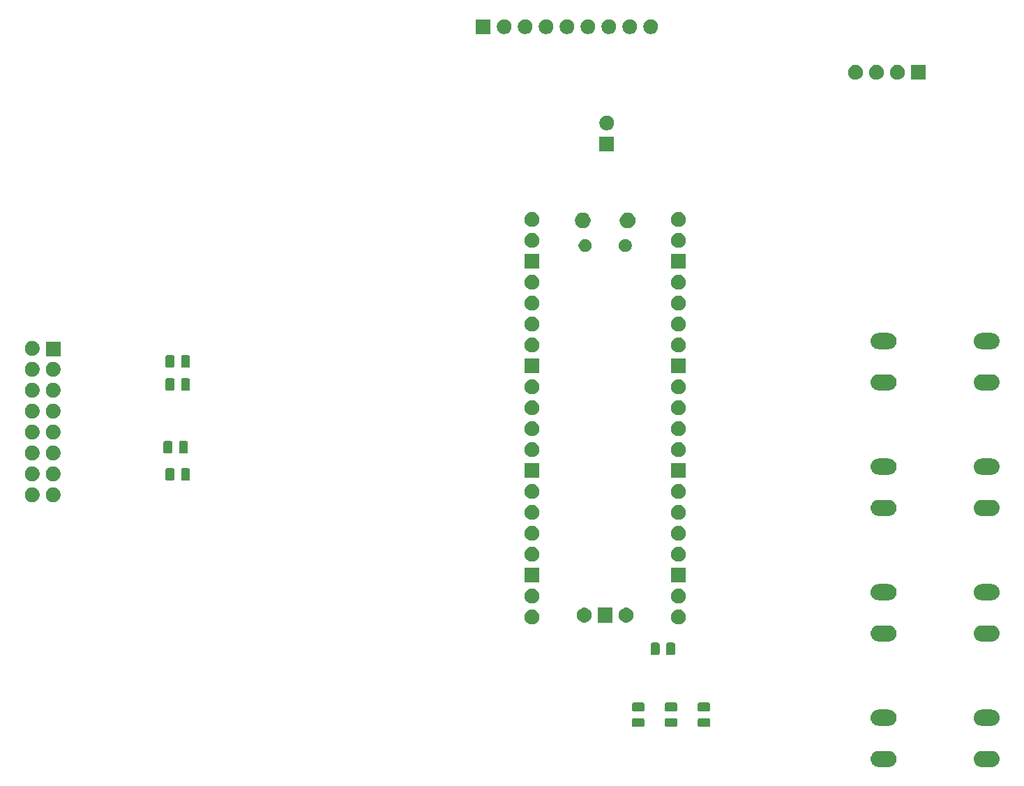
<source format=gbr>
G04 #@! TF.GenerationSoftware,KiCad,Pcbnew,5.1.5+dfsg1-2build2*
G04 #@! TF.CreationDate,2021-06-11T08:21:22+01:00*
G04 #@! TF.ProjectId,pak_breakout,70616b5f-6272-4656-916b-6f75742e6b69,rev?*
G04 #@! TF.SameCoordinates,Original*
G04 #@! TF.FileFunction,Soldermask,Bot*
G04 #@! TF.FilePolarity,Negative*
%FSLAX46Y46*%
G04 Gerber Fmt 4.6, Leading zero omitted, Abs format (unit mm)*
G04 Created by KiCad (PCBNEW 5.1.5+dfsg1-2build2) date 2021-06-11 08:21:22*
%MOMM*%
%LPD*%
G04 APERTURE LIST*
%ADD10C,0.100000*%
G04 APERTURE END LIST*
D10*
G36*
X439994739Y-276378707D02*
G01*
X440090329Y-276388122D01*
X440274306Y-276443931D01*
X440274309Y-276443932D01*
X440364225Y-276491994D01*
X440443860Y-276534559D01*
X440490035Y-276572454D01*
X440592476Y-276656524D01*
X440676546Y-276758965D01*
X440714441Y-276805140D01*
X440757006Y-276884775D01*
X440805068Y-276974691D01*
X440805069Y-276974694D01*
X440860878Y-277158671D01*
X440879722Y-277350000D01*
X440860878Y-277541329D01*
X440805069Y-277725306D01*
X440805068Y-277725309D01*
X440757006Y-277815225D01*
X440714441Y-277894860D01*
X440676546Y-277941035D01*
X440592476Y-278043476D01*
X440490035Y-278127546D01*
X440443860Y-278165441D01*
X440364225Y-278208006D01*
X440274309Y-278256068D01*
X440274306Y-278256069D01*
X440090329Y-278311878D01*
X439994739Y-278321293D01*
X439946945Y-278326000D01*
X438653055Y-278326000D01*
X438605261Y-278321293D01*
X438509671Y-278311878D01*
X438325694Y-278256069D01*
X438325691Y-278256068D01*
X438235775Y-278208006D01*
X438156140Y-278165441D01*
X438109965Y-278127546D01*
X438007524Y-278043476D01*
X437923454Y-277941035D01*
X437885559Y-277894860D01*
X437842994Y-277815225D01*
X437794932Y-277725309D01*
X437794931Y-277725306D01*
X437739122Y-277541329D01*
X437720278Y-277350000D01*
X437739122Y-277158671D01*
X437794931Y-276974694D01*
X437794932Y-276974691D01*
X437842994Y-276884775D01*
X437885559Y-276805140D01*
X437923454Y-276758965D01*
X438007524Y-276656524D01*
X438109965Y-276572454D01*
X438156140Y-276534559D01*
X438235775Y-276491994D01*
X438325691Y-276443932D01*
X438325694Y-276443931D01*
X438509671Y-276388122D01*
X438605261Y-276378707D01*
X438653055Y-276374000D01*
X439946945Y-276374000D01*
X439994739Y-276378707D01*
G37*
G36*
X427494739Y-276378707D02*
G01*
X427590329Y-276388122D01*
X427774306Y-276443931D01*
X427774309Y-276443932D01*
X427864225Y-276491994D01*
X427943860Y-276534559D01*
X427990035Y-276572454D01*
X428092476Y-276656524D01*
X428176546Y-276758965D01*
X428214441Y-276805140D01*
X428257006Y-276884775D01*
X428305068Y-276974691D01*
X428305069Y-276974694D01*
X428360878Y-277158671D01*
X428379722Y-277350000D01*
X428360878Y-277541329D01*
X428305069Y-277725306D01*
X428305068Y-277725309D01*
X428257006Y-277815225D01*
X428214441Y-277894860D01*
X428176546Y-277941035D01*
X428092476Y-278043476D01*
X427990035Y-278127546D01*
X427943860Y-278165441D01*
X427864225Y-278208006D01*
X427774309Y-278256068D01*
X427774306Y-278256069D01*
X427590329Y-278311878D01*
X427494739Y-278321293D01*
X427446945Y-278326000D01*
X426153055Y-278326000D01*
X426105261Y-278321293D01*
X426009671Y-278311878D01*
X425825694Y-278256069D01*
X425825691Y-278256068D01*
X425735775Y-278208006D01*
X425656140Y-278165441D01*
X425609965Y-278127546D01*
X425507524Y-278043476D01*
X425423454Y-277941035D01*
X425385559Y-277894860D01*
X425342994Y-277815225D01*
X425294932Y-277725309D01*
X425294931Y-277725306D01*
X425239122Y-277541329D01*
X425220278Y-277350000D01*
X425239122Y-277158671D01*
X425294931Y-276974694D01*
X425294932Y-276974691D01*
X425342994Y-276884775D01*
X425385559Y-276805140D01*
X425423454Y-276758965D01*
X425507524Y-276656524D01*
X425609965Y-276572454D01*
X425656140Y-276534559D01*
X425735775Y-276491994D01*
X425825691Y-276443932D01*
X425825694Y-276443931D01*
X426009671Y-276388122D01*
X426105261Y-276378707D01*
X426153055Y-276374000D01*
X427446945Y-276374000D01*
X427494739Y-276378707D01*
G37*
G36*
X401584468Y-272403565D02*
G01*
X401623138Y-272415296D01*
X401658777Y-272434346D01*
X401690017Y-272459983D01*
X401715654Y-272491223D01*
X401734704Y-272526862D01*
X401746435Y-272565532D01*
X401751000Y-272611888D01*
X401751000Y-273263112D01*
X401746435Y-273309468D01*
X401734704Y-273348138D01*
X401715654Y-273383777D01*
X401690017Y-273415017D01*
X401658777Y-273440654D01*
X401623138Y-273459704D01*
X401584468Y-273471435D01*
X401538112Y-273476000D01*
X400461888Y-273476000D01*
X400415532Y-273471435D01*
X400376862Y-273459704D01*
X400341223Y-273440654D01*
X400309983Y-273415017D01*
X400284346Y-273383777D01*
X400265296Y-273348138D01*
X400253565Y-273309468D01*
X400249000Y-273263112D01*
X400249000Y-272611888D01*
X400253565Y-272565532D01*
X400265296Y-272526862D01*
X400284346Y-272491223D01*
X400309983Y-272459983D01*
X400341223Y-272434346D01*
X400376862Y-272415296D01*
X400415532Y-272403565D01*
X400461888Y-272399000D01*
X401538112Y-272399000D01*
X401584468Y-272403565D01*
G37*
G36*
X405584468Y-272403565D02*
G01*
X405623138Y-272415296D01*
X405658777Y-272434346D01*
X405690017Y-272459983D01*
X405715654Y-272491223D01*
X405734704Y-272526862D01*
X405746435Y-272565532D01*
X405751000Y-272611888D01*
X405751000Y-273263112D01*
X405746435Y-273309468D01*
X405734704Y-273348138D01*
X405715654Y-273383777D01*
X405690017Y-273415017D01*
X405658777Y-273440654D01*
X405623138Y-273459704D01*
X405584468Y-273471435D01*
X405538112Y-273476000D01*
X404461888Y-273476000D01*
X404415532Y-273471435D01*
X404376862Y-273459704D01*
X404341223Y-273440654D01*
X404309983Y-273415017D01*
X404284346Y-273383777D01*
X404265296Y-273348138D01*
X404253565Y-273309468D01*
X404249000Y-273263112D01*
X404249000Y-272611888D01*
X404253565Y-272565532D01*
X404265296Y-272526862D01*
X404284346Y-272491223D01*
X404309983Y-272459983D01*
X404341223Y-272434346D01*
X404376862Y-272415296D01*
X404415532Y-272403565D01*
X404461888Y-272399000D01*
X405538112Y-272399000D01*
X405584468Y-272403565D01*
G37*
G36*
X397584468Y-272403565D02*
G01*
X397623138Y-272415296D01*
X397658777Y-272434346D01*
X397690017Y-272459983D01*
X397715654Y-272491223D01*
X397734704Y-272526862D01*
X397746435Y-272565532D01*
X397751000Y-272611888D01*
X397751000Y-273263112D01*
X397746435Y-273309468D01*
X397734704Y-273348138D01*
X397715654Y-273383777D01*
X397690017Y-273415017D01*
X397658777Y-273440654D01*
X397623138Y-273459704D01*
X397584468Y-273471435D01*
X397538112Y-273476000D01*
X396461888Y-273476000D01*
X396415532Y-273471435D01*
X396376862Y-273459704D01*
X396341223Y-273440654D01*
X396309983Y-273415017D01*
X396284346Y-273383777D01*
X396265296Y-273348138D01*
X396253565Y-273309468D01*
X396249000Y-273263112D01*
X396249000Y-272611888D01*
X396253565Y-272565532D01*
X396265296Y-272526862D01*
X396284346Y-272491223D01*
X396309983Y-272459983D01*
X396341223Y-272434346D01*
X396376862Y-272415296D01*
X396415532Y-272403565D01*
X396461888Y-272399000D01*
X397538112Y-272399000D01*
X397584468Y-272403565D01*
G37*
G36*
X439994739Y-271378707D02*
G01*
X440090329Y-271388122D01*
X440274306Y-271443931D01*
X440274309Y-271443932D01*
X440328949Y-271473138D01*
X440443860Y-271534559D01*
X440469526Y-271555623D01*
X440592476Y-271656524D01*
X440676546Y-271758965D01*
X440714441Y-271805140D01*
X440757006Y-271884775D01*
X440805068Y-271974691D01*
X440805069Y-271974694D01*
X440860878Y-272158671D01*
X440879722Y-272350000D01*
X440860878Y-272541329D01*
X440853633Y-272565212D01*
X440805068Y-272725309D01*
X440757006Y-272815225D01*
X440714441Y-272894860D01*
X440676546Y-272941035D01*
X440592476Y-273043476D01*
X440490035Y-273127546D01*
X440443860Y-273165441D01*
X440366576Y-273206750D01*
X440274309Y-273256068D01*
X440274306Y-273256069D01*
X440090329Y-273311878D01*
X439994739Y-273321293D01*
X439946945Y-273326000D01*
X438653055Y-273326000D01*
X438605261Y-273321293D01*
X438509671Y-273311878D01*
X438325694Y-273256069D01*
X438325691Y-273256068D01*
X438233424Y-273206750D01*
X438156140Y-273165441D01*
X438109965Y-273127546D01*
X438007524Y-273043476D01*
X437923454Y-272941035D01*
X437885559Y-272894860D01*
X437842994Y-272815225D01*
X437794932Y-272725309D01*
X437746367Y-272565212D01*
X437739122Y-272541329D01*
X437720278Y-272350000D01*
X437739122Y-272158671D01*
X437794931Y-271974694D01*
X437794932Y-271974691D01*
X437842994Y-271884775D01*
X437885559Y-271805140D01*
X437923454Y-271758965D01*
X438007524Y-271656524D01*
X438130474Y-271555623D01*
X438156140Y-271534559D01*
X438271051Y-271473138D01*
X438325691Y-271443932D01*
X438325694Y-271443931D01*
X438509671Y-271388122D01*
X438605261Y-271378707D01*
X438653055Y-271374000D01*
X439946945Y-271374000D01*
X439994739Y-271378707D01*
G37*
G36*
X427494739Y-271378707D02*
G01*
X427590329Y-271388122D01*
X427774306Y-271443931D01*
X427774309Y-271443932D01*
X427828949Y-271473138D01*
X427943860Y-271534559D01*
X427969526Y-271555623D01*
X428092476Y-271656524D01*
X428176546Y-271758965D01*
X428214441Y-271805140D01*
X428257006Y-271884775D01*
X428305068Y-271974691D01*
X428305069Y-271974694D01*
X428360878Y-272158671D01*
X428379722Y-272350000D01*
X428360878Y-272541329D01*
X428353633Y-272565212D01*
X428305068Y-272725309D01*
X428257006Y-272815225D01*
X428214441Y-272894860D01*
X428176546Y-272941035D01*
X428092476Y-273043476D01*
X427990035Y-273127546D01*
X427943860Y-273165441D01*
X427866576Y-273206750D01*
X427774309Y-273256068D01*
X427774306Y-273256069D01*
X427590329Y-273311878D01*
X427494739Y-273321293D01*
X427446945Y-273326000D01*
X426153055Y-273326000D01*
X426105261Y-273321293D01*
X426009671Y-273311878D01*
X425825694Y-273256069D01*
X425825691Y-273256068D01*
X425733424Y-273206750D01*
X425656140Y-273165441D01*
X425609965Y-273127546D01*
X425507524Y-273043476D01*
X425423454Y-272941035D01*
X425385559Y-272894860D01*
X425342994Y-272815225D01*
X425294932Y-272725309D01*
X425246367Y-272565212D01*
X425239122Y-272541329D01*
X425220278Y-272350000D01*
X425239122Y-272158671D01*
X425294931Y-271974694D01*
X425294932Y-271974691D01*
X425342994Y-271884775D01*
X425385559Y-271805140D01*
X425423454Y-271758965D01*
X425507524Y-271656524D01*
X425630474Y-271555623D01*
X425656140Y-271534559D01*
X425771051Y-271473138D01*
X425825691Y-271443932D01*
X425825694Y-271443931D01*
X426009671Y-271388122D01*
X426105261Y-271378707D01*
X426153055Y-271374000D01*
X427446945Y-271374000D01*
X427494739Y-271378707D01*
G37*
G36*
X405584468Y-270528565D02*
G01*
X405623138Y-270540296D01*
X405658777Y-270559346D01*
X405690017Y-270584983D01*
X405715654Y-270616223D01*
X405734704Y-270651862D01*
X405746435Y-270690532D01*
X405751000Y-270736888D01*
X405751000Y-271388112D01*
X405746435Y-271434468D01*
X405734704Y-271473138D01*
X405715654Y-271508777D01*
X405690017Y-271540017D01*
X405658777Y-271565654D01*
X405623138Y-271584704D01*
X405584468Y-271596435D01*
X405538112Y-271601000D01*
X404461888Y-271601000D01*
X404415532Y-271596435D01*
X404376862Y-271584704D01*
X404341223Y-271565654D01*
X404309983Y-271540017D01*
X404284346Y-271508777D01*
X404265296Y-271473138D01*
X404253565Y-271434468D01*
X404249000Y-271388112D01*
X404249000Y-270736888D01*
X404253565Y-270690532D01*
X404265296Y-270651862D01*
X404284346Y-270616223D01*
X404309983Y-270584983D01*
X404341223Y-270559346D01*
X404376862Y-270540296D01*
X404415532Y-270528565D01*
X404461888Y-270524000D01*
X405538112Y-270524000D01*
X405584468Y-270528565D01*
G37*
G36*
X401584468Y-270528565D02*
G01*
X401623138Y-270540296D01*
X401658777Y-270559346D01*
X401690017Y-270584983D01*
X401715654Y-270616223D01*
X401734704Y-270651862D01*
X401746435Y-270690532D01*
X401751000Y-270736888D01*
X401751000Y-271388112D01*
X401746435Y-271434468D01*
X401734704Y-271473138D01*
X401715654Y-271508777D01*
X401690017Y-271540017D01*
X401658777Y-271565654D01*
X401623138Y-271584704D01*
X401584468Y-271596435D01*
X401538112Y-271601000D01*
X400461888Y-271601000D01*
X400415532Y-271596435D01*
X400376862Y-271584704D01*
X400341223Y-271565654D01*
X400309983Y-271540017D01*
X400284346Y-271508777D01*
X400265296Y-271473138D01*
X400253565Y-271434468D01*
X400249000Y-271388112D01*
X400249000Y-270736888D01*
X400253565Y-270690532D01*
X400265296Y-270651862D01*
X400284346Y-270616223D01*
X400309983Y-270584983D01*
X400341223Y-270559346D01*
X400376862Y-270540296D01*
X400415532Y-270528565D01*
X400461888Y-270524000D01*
X401538112Y-270524000D01*
X401584468Y-270528565D01*
G37*
G36*
X397584468Y-270528565D02*
G01*
X397623138Y-270540296D01*
X397658777Y-270559346D01*
X397690017Y-270584983D01*
X397715654Y-270616223D01*
X397734704Y-270651862D01*
X397746435Y-270690532D01*
X397751000Y-270736888D01*
X397751000Y-271388112D01*
X397746435Y-271434468D01*
X397734704Y-271473138D01*
X397715654Y-271508777D01*
X397690017Y-271540017D01*
X397658777Y-271565654D01*
X397623138Y-271584704D01*
X397584468Y-271596435D01*
X397538112Y-271601000D01*
X396461888Y-271601000D01*
X396415532Y-271596435D01*
X396376862Y-271584704D01*
X396341223Y-271565654D01*
X396309983Y-271540017D01*
X396284346Y-271508777D01*
X396265296Y-271473138D01*
X396253565Y-271434468D01*
X396249000Y-271388112D01*
X396249000Y-270736888D01*
X396253565Y-270690532D01*
X396265296Y-270651862D01*
X396284346Y-270616223D01*
X396309983Y-270584983D01*
X396341223Y-270559346D01*
X396376862Y-270540296D01*
X396415532Y-270528565D01*
X396461888Y-270524000D01*
X397538112Y-270524000D01*
X397584468Y-270528565D01*
G37*
G36*
X399434468Y-263253565D02*
G01*
X399473138Y-263265296D01*
X399508777Y-263284346D01*
X399540017Y-263309983D01*
X399565654Y-263341223D01*
X399584704Y-263376862D01*
X399596435Y-263415532D01*
X399601000Y-263461888D01*
X399601000Y-264538112D01*
X399596435Y-264584468D01*
X399584704Y-264623138D01*
X399565654Y-264658777D01*
X399540017Y-264690017D01*
X399508777Y-264715654D01*
X399473138Y-264734704D01*
X399434468Y-264746435D01*
X399388112Y-264751000D01*
X398736888Y-264751000D01*
X398690532Y-264746435D01*
X398651862Y-264734704D01*
X398616223Y-264715654D01*
X398584983Y-264690017D01*
X398559346Y-264658777D01*
X398540296Y-264623138D01*
X398528565Y-264584468D01*
X398524000Y-264538112D01*
X398524000Y-263461888D01*
X398528565Y-263415532D01*
X398540296Y-263376862D01*
X398559346Y-263341223D01*
X398584983Y-263309983D01*
X398616223Y-263284346D01*
X398651862Y-263265296D01*
X398690532Y-263253565D01*
X398736888Y-263249000D01*
X399388112Y-263249000D01*
X399434468Y-263253565D01*
G37*
G36*
X401309468Y-263253565D02*
G01*
X401348138Y-263265296D01*
X401383777Y-263284346D01*
X401415017Y-263309983D01*
X401440654Y-263341223D01*
X401459704Y-263376862D01*
X401471435Y-263415532D01*
X401476000Y-263461888D01*
X401476000Y-264538112D01*
X401471435Y-264584468D01*
X401459704Y-264623138D01*
X401440654Y-264658777D01*
X401415017Y-264690017D01*
X401383777Y-264715654D01*
X401348138Y-264734704D01*
X401309468Y-264746435D01*
X401263112Y-264751000D01*
X400611888Y-264751000D01*
X400565532Y-264746435D01*
X400526862Y-264734704D01*
X400491223Y-264715654D01*
X400459983Y-264690017D01*
X400434346Y-264658777D01*
X400415296Y-264623138D01*
X400403565Y-264584468D01*
X400399000Y-264538112D01*
X400399000Y-263461888D01*
X400403565Y-263415532D01*
X400415296Y-263376862D01*
X400434346Y-263341223D01*
X400459983Y-263309983D01*
X400491223Y-263284346D01*
X400526862Y-263265296D01*
X400565532Y-263253565D01*
X400611888Y-263249000D01*
X401263112Y-263249000D01*
X401309468Y-263253565D01*
G37*
G36*
X439994739Y-261138707D02*
G01*
X440090329Y-261148122D01*
X440274306Y-261203931D01*
X440274309Y-261203932D01*
X440364225Y-261251994D01*
X440443860Y-261294559D01*
X440490035Y-261332454D01*
X440592476Y-261416524D01*
X440676546Y-261518965D01*
X440714441Y-261565140D01*
X440757006Y-261644775D01*
X440805068Y-261734691D01*
X440805069Y-261734694D01*
X440860878Y-261918671D01*
X440879722Y-262110000D01*
X440860878Y-262301329D01*
X440805069Y-262485306D01*
X440805068Y-262485309D01*
X440757006Y-262575225D01*
X440714441Y-262654860D01*
X440676546Y-262701035D01*
X440592476Y-262803476D01*
X440490035Y-262887546D01*
X440443860Y-262925441D01*
X440364225Y-262968006D01*
X440274309Y-263016068D01*
X440274306Y-263016069D01*
X440090329Y-263071878D01*
X439994739Y-263081293D01*
X439946945Y-263086000D01*
X438653055Y-263086000D01*
X438605261Y-263081293D01*
X438509671Y-263071878D01*
X438325694Y-263016069D01*
X438325691Y-263016068D01*
X438235775Y-262968006D01*
X438156140Y-262925441D01*
X438109965Y-262887546D01*
X438007524Y-262803476D01*
X437923454Y-262701035D01*
X437885559Y-262654860D01*
X437842994Y-262575225D01*
X437794932Y-262485309D01*
X437794931Y-262485306D01*
X437739122Y-262301329D01*
X437720278Y-262110000D01*
X437739122Y-261918671D01*
X437794931Y-261734694D01*
X437794932Y-261734691D01*
X437842994Y-261644775D01*
X437885559Y-261565140D01*
X437923454Y-261518965D01*
X438007524Y-261416524D01*
X438109965Y-261332454D01*
X438156140Y-261294559D01*
X438235775Y-261251994D01*
X438325691Y-261203932D01*
X438325694Y-261203931D01*
X438509671Y-261148122D01*
X438605261Y-261138707D01*
X438653055Y-261134000D01*
X439946945Y-261134000D01*
X439994739Y-261138707D01*
G37*
G36*
X427494739Y-261138707D02*
G01*
X427590329Y-261148122D01*
X427774306Y-261203931D01*
X427774309Y-261203932D01*
X427864225Y-261251994D01*
X427943860Y-261294559D01*
X427990035Y-261332454D01*
X428092476Y-261416524D01*
X428176546Y-261518965D01*
X428214441Y-261565140D01*
X428257006Y-261644775D01*
X428305068Y-261734691D01*
X428305069Y-261734694D01*
X428360878Y-261918671D01*
X428379722Y-262110000D01*
X428360878Y-262301329D01*
X428305069Y-262485306D01*
X428305068Y-262485309D01*
X428257006Y-262575225D01*
X428214441Y-262654860D01*
X428176546Y-262701035D01*
X428092476Y-262803476D01*
X427990035Y-262887546D01*
X427943860Y-262925441D01*
X427864225Y-262968006D01*
X427774309Y-263016068D01*
X427774306Y-263016069D01*
X427590329Y-263071878D01*
X427494739Y-263081293D01*
X427446945Y-263086000D01*
X426153055Y-263086000D01*
X426105261Y-263081293D01*
X426009671Y-263071878D01*
X425825694Y-263016069D01*
X425825691Y-263016068D01*
X425735775Y-262968006D01*
X425656140Y-262925441D01*
X425609965Y-262887546D01*
X425507524Y-262803476D01*
X425423454Y-262701035D01*
X425385559Y-262654860D01*
X425342994Y-262575225D01*
X425294932Y-262485309D01*
X425294931Y-262485306D01*
X425239122Y-262301329D01*
X425220278Y-262110000D01*
X425239122Y-261918671D01*
X425294931Y-261734694D01*
X425294932Y-261734691D01*
X425342994Y-261644775D01*
X425385559Y-261565140D01*
X425423454Y-261518965D01*
X425507524Y-261416524D01*
X425609965Y-261332454D01*
X425656140Y-261294559D01*
X425735775Y-261251994D01*
X425825691Y-261203932D01*
X425825694Y-261203931D01*
X426009671Y-261148122D01*
X426105261Y-261138707D01*
X426153055Y-261134000D01*
X427446945Y-261134000D01*
X427494739Y-261138707D01*
G37*
G36*
X402003512Y-259233927D02*
G01*
X402152812Y-259263624D01*
X402316784Y-259331544D01*
X402464354Y-259430147D01*
X402589853Y-259555646D01*
X402688456Y-259703216D01*
X402756376Y-259867188D01*
X402791000Y-260041259D01*
X402791000Y-260218741D01*
X402756376Y-260392812D01*
X402688456Y-260556784D01*
X402589853Y-260704354D01*
X402464354Y-260829853D01*
X402316784Y-260928456D01*
X402152812Y-260996376D01*
X402003512Y-261026073D01*
X401978742Y-261031000D01*
X401801258Y-261031000D01*
X401776488Y-261026073D01*
X401627188Y-260996376D01*
X401463216Y-260928456D01*
X401315646Y-260829853D01*
X401190147Y-260704354D01*
X401091544Y-260556784D01*
X401023624Y-260392812D01*
X400989000Y-260218741D01*
X400989000Y-260041259D01*
X401023624Y-259867188D01*
X401091544Y-259703216D01*
X401190147Y-259555646D01*
X401315646Y-259430147D01*
X401463216Y-259331544D01*
X401627188Y-259263624D01*
X401776488Y-259233927D01*
X401801258Y-259229000D01*
X401978742Y-259229000D01*
X402003512Y-259233927D01*
G37*
G36*
X384223512Y-259233927D02*
G01*
X384372812Y-259263624D01*
X384536784Y-259331544D01*
X384684354Y-259430147D01*
X384809853Y-259555646D01*
X384908456Y-259703216D01*
X384976376Y-259867188D01*
X385011000Y-260041259D01*
X385011000Y-260218741D01*
X384976376Y-260392812D01*
X384908456Y-260556784D01*
X384809853Y-260704354D01*
X384684354Y-260829853D01*
X384536784Y-260928456D01*
X384372812Y-260996376D01*
X384223512Y-261026073D01*
X384198742Y-261031000D01*
X384021258Y-261031000D01*
X383996488Y-261026073D01*
X383847188Y-260996376D01*
X383683216Y-260928456D01*
X383535646Y-260829853D01*
X383410147Y-260704354D01*
X383311544Y-260556784D01*
X383243624Y-260392812D01*
X383209000Y-260218741D01*
X383209000Y-260041259D01*
X383243624Y-259867188D01*
X383311544Y-259703216D01*
X383410147Y-259555646D01*
X383535646Y-259430147D01*
X383683216Y-259331544D01*
X383847188Y-259263624D01*
X383996488Y-259233927D01*
X384021258Y-259229000D01*
X384198742Y-259229000D01*
X384223512Y-259233927D01*
G37*
G36*
X393901000Y-260801000D02*
G01*
X392099000Y-260801000D01*
X392099000Y-258999000D01*
X393901000Y-258999000D01*
X393901000Y-260801000D01*
G37*
G36*
X390573512Y-259003927D02*
G01*
X390722812Y-259033624D01*
X390886784Y-259101544D01*
X391034354Y-259200147D01*
X391159853Y-259325646D01*
X391258456Y-259473216D01*
X391326376Y-259637188D01*
X391361000Y-259811259D01*
X391361000Y-259988741D01*
X391326376Y-260162812D01*
X391258456Y-260326784D01*
X391159853Y-260474354D01*
X391034354Y-260599853D01*
X390886784Y-260698456D01*
X390722812Y-260766376D01*
X390573512Y-260796073D01*
X390548742Y-260801000D01*
X390371258Y-260801000D01*
X390346488Y-260796073D01*
X390197188Y-260766376D01*
X390033216Y-260698456D01*
X389885646Y-260599853D01*
X389760147Y-260474354D01*
X389661544Y-260326784D01*
X389593624Y-260162812D01*
X389559000Y-259988741D01*
X389559000Y-259811259D01*
X389593624Y-259637188D01*
X389661544Y-259473216D01*
X389760147Y-259325646D01*
X389885646Y-259200147D01*
X390033216Y-259101544D01*
X390197188Y-259033624D01*
X390346488Y-259003927D01*
X390371258Y-258999000D01*
X390548742Y-258999000D01*
X390573512Y-259003927D01*
G37*
G36*
X395653512Y-259003927D02*
G01*
X395802812Y-259033624D01*
X395966784Y-259101544D01*
X396114354Y-259200147D01*
X396239853Y-259325646D01*
X396338456Y-259473216D01*
X396406376Y-259637188D01*
X396441000Y-259811259D01*
X396441000Y-259988741D01*
X396406376Y-260162812D01*
X396338456Y-260326784D01*
X396239853Y-260474354D01*
X396114354Y-260599853D01*
X395966784Y-260698456D01*
X395802812Y-260766376D01*
X395653512Y-260796073D01*
X395628742Y-260801000D01*
X395451258Y-260801000D01*
X395426488Y-260796073D01*
X395277188Y-260766376D01*
X395113216Y-260698456D01*
X394965646Y-260599853D01*
X394840147Y-260474354D01*
X394741544Y-260326784D01*
X394673624Y-260162812D01*
X394639000Y-259988741D01*
X394639000Y-259811259D01*
X394673624Y-259637188D01*
X394741544Y-259473216D01*
X394840147Y-259325646D01*
X394965646Y-259200147D01*
X395113216Y-259101544D01*
X395277188Y-259033624D01*
X395426488Y-259003927D01*
X395451258Y-258999000D01*
X395628742Y-258999000D01*
X395653512Y-259003927D01*
G37*
G36*
X402003512Y-256693927D02*
G01*
X402152812Y-256723624D01*
X402316784Y-256791544D01*
X402464354Y-256890147D01*
X402589853Y-257015646D01*
X402688456Y-257163216D01*
X402756376Y-257327188D01*
X402791000Y-257501259D01*
X402791000Y-257678741D01*
X402756376Y-257852812D01*
X402688456Y-258016784D01*
X402589853Y-258164354D01*
X402464354Y-258289853D01*
X402316784Y-258388456D01*
X402152812Y-258456376D01*
X402003512Y-258486073D01*
X401978742Y-258491000D01*
X401801258Y-258491000D01*
X401776488Y-258486073D01*
X401627188Y-258456376D01*
X401463216Y-258388456D01*
X401315646Y-258289853D01*
X401190147Y-258164354D01*
X401091544Y-258016784D01*
X401023624Y-257852812D01*
X400989000Y-257678741D01*
X400989000Y-257501259D01*
X401023624Y-257327188D01*
X401091544Y-257163216D01*
X401190147Y-257015646D01*
X401315646Y-256890147D01*
X401463216Y-256791544D01*
X401627188Y-256723624D01*
X401776488Y-256693927D01*
X401801258Y-256689000D01*
X401978742Y-256689000D01*
X402003512Y-256693927D01*
G37*
G36*
X384223512Y-256693927D02*
G01*
X384372812Y-256723624D01*
X384536784Y-256791544D01*
X384684354Y-256890147D01*
X384809853Y-257015646D01*
X384908456Y-257163216D01*
X384976376Y-257327188D01*
X385011000Y-257501259D01*
X385011000Y-257678741D01*
X384976376Y-257852812D01*
X384908456Y-258016784D01*
X384809853Y-258164354D01*
X384684354Y-258289853D01*
X384536784Y-258388456D01*
X384372812Y-258456376D01*
X384223512Y-258486073D01*
X384198742Y-258491000D01*
X384021258Y-258491000D01*
X383996488Y-258486073D01*
X383847188Y-258456376D01*
X383683216Y-258388456D01*
X383535646Y-258289853D01*
X383410147Y-258164354D01*
X383311544Y-258016784D01*
X383243624Y-257852812D01*
X383209000Y-257678741D01*
X383209000Y-257501259D01*
X383243624Y-257327188D01*
X383311544Y-257163216D01*
X383410147Y-257015646D01*
X383535646Y-256890147D01*
X383683216Y-256791544D01*
X383847188Y-256723624D01*
X383996488Y-256693927D01*
X384021258Y-256689000D01*
X384198742Y-256689000D01*
X384223512Y-256693927D01*
G37*
G36*
X427494739Y-256138707D02*
G01*
X427590329Y-256148122D01*
X427774306Y-256203931D01*
X427774309Y-256203932D01*
X427864225Y-256251994D01*
X427943860Y-256294559D01*
X427990035Y-256332454D01*
X428092476Y-256416524D01*
X428176546Y-256518965D01*
X428214441Y-256565140D01*
X428257006Y-256644775D01*
X428305068Y-256734691D01*
X428305069Y-256734694D01*
X428360878Y-256918671D01*
X428379722Y-257110000D01*
X428360878Y-257301329D01*
X428353033Y-257327189D01*
X428305068Y-257485309D01*
X428296543Y-257501258D01*
X428214441Y-257654860D01*
X428194842Y-257678741D01*
X428092476Y-257803476D01*
X427990035Y-257887546D01*
X427943860Y-257925441D01*
X427864225Y-257968006D01*
X427774309Y-258016068D01*
X427774306Y-258016069D01*
X427590329Y-258071878D01*
X427494739Y-258081293D01*
X427446945Y-258086000D01*
X426153055Y-258086000D01*
X426105261Y-258081293D01*
X426009671Y-258071878D01*
X425825694Y-258016069D01*
X425825691Y-258016068D01*
X425735775Y-257968006D01*
X425656140Y-257925441D01*
X425609965Y-257887546D01*
X425507524Y-257803476D01*
X425405158Y-257678741D01*
X425385559Y-257654860D01*
X425303457Y-257501258D01*
X425294932Y-257485309D01*
X425246967Y-257327189D01*
X425239122Y-257301329D01*
X425220278Y-257110000D01*
X425239122Y-256918671D01*
X425294931Y-256734694D01*
X425294932Y-256734691D01*
X425342994Y-256644775D01*
X425385559Y-256565140D01*
X425423454Y-256518965D01*
X425507524Y-256416524D01*
X425609965Y-256332454D01*
X425656140Y-256294559D01*
X425735775Y-256251994D01*
X425825691Y-256203932D01*
X425825694Y-256203931D01*
X426009671Y-256148122D01*
X426105261Y-256138707D01*
X426153055Y-256134000D01*
X427446945Y-256134000D01*
X427494739Y-256138707D01*
G37*
G36*
X439994739Y-256138707D02*
G01*
X440090329Y-256148122D01*
X440274306Y-256203931D01*
X440274309Y-256203932D01*
X440364225Y-256251994D01*
X440443860Y-256294559D01*
X440490035Y-256332454D01*
X440592476Y-256416524D01*
X440676546Y-256518965D01*
X440714441Y-256565140D01*
X440757006Y-256644775D01*
X440805068Y-256734691D01*
X440805069Y-256734694D01*
X440860878Y-256918671D01*
X440879722Y-257110000D01*
X440860878Y-257301329D01*
X440853033Y-257327189D01*
X440805068Y-257485309D01*
X440796543Y-257501258D01*
X440714441Y-257654860D01*
X440694842Y-257678741D01*
X440592476Y-257803476D01*
X440490035Y-257887546D01*
X440443860Y-257925441D01*
X440364225Y-257968006D01*
X440274309Y-258016068D01*
X440274306Y-258016069D01*
X440090329Y-258071878D01*
X439994739Y-258081293D01*
X439946945Y-258086000D01*
X438653055Y-258086000D01*
X438605261Y-258081293D01*
X438509671Y-258071878D01*
X438325694Y-258016069D01*
X438325691Y-258016068D01*
X438235775Y-257968006D01*
X438156140Y-257925441D01*
X438109965Y-257887546D01*
X438007524Y-257803476D01*
X437905158Y-257678741D01*
X437885559Y-257654860D01*
X437803457Y-257501258D01*
X437794932Y-257485309D01*
X437746967Y-257327189D01*
X437739122Y-257301329D01*
X437720278Y-257110000D01*
X437739122Y-256918671D01*
X437794931Y-256734694D01*
X437794932Y-256734691D01*
X437842994Y-256644775D01*
X437885559Y-256565140D01*
X437923454Y-256518965D01*
X438007524Y-256416524D01*
X438109965Y-256332454D01*
X438156140Y-256294559D01*
X438235775Y-256251994D01*
X438325691Y-256203932D01*
X438325694Y-256203931D01*
X438509671Y-256148122D01*
X438605261Y-256138707D01*
X438653055Y-256134000D01*
X439946945Y-256134000D01*
X439994739Y-256138707D01*
G37*
G36*
X385011000Y-255951000D02*
G01*
X383209000Y-255951000D01*
X383209000Y-254149000D01*
X385011000Y-254149000D01*
X385011000Y-255951000D01*
G37*
G36*
X402791000Y-255951000D02*
G01*
X400989000Y-255951000D01*
X400989000Y-254149000D01*
X402791000Y-254149000D01*
X402791000Y-255951000D01*
G37*
G36*
X402003512Y-251613927D02*
G01*
X402152812Y-251643624D01*
X402316784Y-251711544D01*
X402464354Y-251810147D01*
X402589853Y-251935646D01*
X402688456Y-252083216D01*
X402756376Y-252247188D01*
X402791000Y-252421259D01*
X402791000Y-252598741D01*
X402756376Y-252772812D01*
X402688456Y-252936784D01*
X402589853Y-253084354D01*
X402464354Y-253209853D01*
X402316784Y-253308456D01*
X402152812Y-253376376D01*
X402003512Y-253406073D01*
X401978742Y-253411000D01*
X401801258Y-253411000D01*
X401776488Y-253406073D01*
X401627188Y-253376376D01*
X401463216Y-253308456D01*
X401315646Y-253209853D01*
X401190147Y-253084354D01*
X401091544Y-252936784D01*
X401023624Y-252772812D01*
X400989000Y-252598741D01*
X400989000Y-252421259D01*
X401023624Y-252247188D01*
X401091544Y-252083216D01*
X401190147Y-251935646D01*
X401315646Y-251810147D01*
X401463216Y-251711544D01*
X401627188Y-251643624D01*
X401776488Y-251613927D01*
X401801258Y-251609000D01*
X401978742Y-251609000D01*
X402003512Y-251613927D01*
G37*
G36*
X384223512Y-251613927D02*
G01*
X384372812Y-251643624D01*
X384536784Y-251711544D01*
X384684354Y-251810147D01*
X384809853Y-251935646D01*
X384908456Y-252083216D01*
X384976376Y-252247188D01*
X385011000Y-252421259D01*
X385011000Y-252598741D01*
X384976376Y-252772812D01*
X384908456Y-252936784D01*
X384809853Y-253084354D01*
X384684354Y-253209853D01*
X384536784Y-253308456D01*
X384372812Y-253376376D01*
X384223512Y-253406073D01*
X384198742Y-253411000D01*
X384021258Y-253411000D01*
X383996488Y-253406073D01*
X383847188Y-253376376D01*
X383683216Y-253308456D01*
X383535646Y-253209853D01*
X383410147Y-253084354D01*
X383311544Y-252936784D01*
X383243624Y-252772812D01*
X383209000Y-252598741D01*
X383209000Y-252421259D01*
X383243624Y-252247188D01*
X383311544Y-252083216D01*
X383410147Y-251935646D01*
X383535646Y-251810147D01*
X383683216Y-251711544D01*
X383847188Y-251643624D01*
X383996488Y-251613927D01*
X384021258Y-251609000D01*
X384198742Y-251609000D01*
X384223512Y-251613927D01*
G37*
G36*
X402003512Y-249073927D02*
G01*
X402152812Y-249103624D01*
X402316784Y-249171544D01*
X402464354Y-249270147D01*
X402589853Y-249395646D01*
X402688456Y-249543216D01*
X402756376Y-249707188D01*
X402791000Y-249881259D01*
X402791000Y-250058741D01*
X402756376Y-250232812D01*
X402688456Y-250396784D01*
X402589853Y-250544354D01*
X402464354Y-250669853D01*
X402316784Y-250768456D01*
X402152812Y-250836376D01*
X402003512Y-250866073D01*
X401978742Y-250871000D01*
X401801258Y-250871000D01*
X401776488Y-250866073D01*
X401627188Y-250836376D01*
X401463216Y-250768456D01*
X401315646Y-250669853D01*
X401190147Y-250544354D01*
X401091544Y-250396784D01*
X401023624Y-250232812D01*
X400989000Y-250058741D01*
X400989000Y-249881259D01*
X401023624Y-249707188D01*
X401091544Y-249543216D01*
X401190147Y-249395646D01*
X401315646Y-249270147D01*
X401463216Y-249171544D01*
X401627188Y-249103624D01*
X401776488Y-249073927D01*
X401801258Y-249069000D01*
X401978742Y-249069000D01*
X402003512Y-249073927D01*
G37*
G36*
X384223512Y-249073927D02*
G01*
X384372812Y-249103624D01*
X384536784Y-249171544D01*
X384684354Y-249270147D01*
X384809853Y-249395646D01*
X384908456Y-249543216D01*
X384976376Y-249707188D01*
X385011000Y-249881259D01*
X385011000Y-250058741D01*
X384976376Y-250232812D01*
X384908456Y-250396784D01*
X384809853Y-250544354D01*
X384684354Y-250669853D01*
X384536784Y-250768456D01*
X384372812Y-250836376D01*
X384223512Y-250866073D01*
X384198742Y-250871000D01*
X384021258Y-250871000D01*
X383996488Y-250866073D01*
X383847188Y-250836376D01*
X383683216Y-250768456D01*
X383535646Y-250669853D01*
X383410147Y-250544354D01*
X383311544Y-250396784D01*
X383243624Y-250232812D01*
X383209000Y-250058741D01*
X383209000Y-249881259D01*
X383243624Y-249707188D01*
X383311544Y-249543216D01*
X383410147Y-249395646D01*
X383535646Y-249270147D01*
X383683216Y-249171544D01*
X383847188Y-249103624D01*
X383996488Y-249073927D01*
X384021258Y-249069000D01*
X384198742Y-249069000D01*
X384223512Y-249073927D01*
G37*
G36*
X402003512Y-246533927D02*
G01*
X402152812Y-246563624D01*
X402316784Y-246631544D01*
X402464354Y-246730147D01*
X402589853Y-246855646D01*
X402688456Y-247003216D01*
X402756376Y-247167188D01*
X402791000Y-247341259D01*
X402791000Y-247518741D01*
X402756376Y-247692812D01*
X402688456Y-247856784D01*
X402589853Y-248004354D01*
X402464354Y-248129853D01*
X402316784Y-248228456D01*
X402152812Y-248296376D01*
X402003512Y-248326073D01*
X401978742Y-248331000D01*
X401801258Y-248331000D01*
X401776488Y-248326073D01*
X401627188Y-248296376D01*
X401463216Y-248228456D01*
X401315646Y-248129853D01*
X401190147Y-248004354D01*
X401091544Y-247856784D01*
X401023624Y-247692812D01*
X400989000Y-247518741D01*
X400989000Y-247341259D01*
X401023624Y-247167188D01*
X401091544Y-247003216D01*
X401190147Y-246855646D01*
X401315646Y-246730147D01*
X401463216Y-246631544D01*
X401627188Y-246563624D01*
X401776488Y-246533927D01*
X401801258Y-246529000D01*
X401978742Y-246529000D01*
X402003512Y-246533927D01*
G37*
G36*
X384223512Y-246533927D02*
G01*
X384372812Y-246563624D01*
X384536784Y-246631544D01*
X384684354Y-246730147D01*
X384809853Y-246855646D01*
X384908456Y-247003216D01*
X384976376Y-247167188D01*
X385011000Y-247341259D01*
X385011000Y-247518741D01*
X384976376Y-247692812D01*
X384908456Y-247856784D01*
X384809853Y-248004354D01*
X384684354Y-248129853D01*
X384536784Y-248228456D01*
X384372812Y-248296376D01*
X384223512Y-248326073D01*
X384198742Y-248331000D01*
X384021258Y-248331000D01*
X383996488Y-248326073D01*
X383847188Y-248296376D01*
X383683216Y-248228456D01*
X383535646Y-248129853D01*
X383410147Y-248004354D01*
X383311544Y-247856784D01*
X383243624Y-247692812D01*
X383209000Y-247518741D01*
X383209000Y-247341259D01*
X383243624Y-247167188D01*
X383311544Y-247003216D01*
X383410147Y-246855646D01*
X383535646Y-246730147D01*
X383683216Y-246631544D01*
X383847188Y-246563624D01*
X383996488Y-246533927D01*
X384021258Y-246529000D01*
X384198742Y-246529000D01*
X384223512Y-246533927D01*
G37*
G36*
X427494739Y-245898707D02*
G01*
X427590329Y-245908122D01*
X427774306Y-245963931D01*
X427774309Y-245963932D01*
X427841510Y-245999852D01*
X427943860Y-246054559D01*
X427990035Y-246092454D01*
X428092476Y-246176524D01*
X428176546Y-246278965D01*
X428214441Y-246325140D01*
X428257006Y-246404775D01*
X428305068Y-246494691D01*
X428305069Y-246494694D01*
X428360878Y-246678671D01*
X428379722Y-246870000D01*
X428360878Y-247061329D01*
X428305069Y-247245306D01*
X428305068Y-247245309D01*
X428257006Y-247335225D01*
X428214441Y-247414860D01*
X428176546Y-247461035D01*
X428092476Y-247563476D01*
X427990035Y-247647546D01*
X427943860Y-247685441D01*
X427864225Y-247728006D01*
X427774309Y-247776068D01*
X427774306Y-247776069D01*
X427590329Y-247831878D01*
X427494739Y-247841293D01*
X427446945Y-247846000D01*
X426153055Y-247846000D01*
X426105261Y-247841293D01*
X426009671Y-247831878D01*
X425825694Y-247776069D01*
X425825691Y-247776068D01*
X425735775Y-247728006D01*
X425656140Y-247685441D01*
X425609965Y-247647546D01*
X425507524Y-247563476D01*
X425423454Y-247461035D01*
X425385559Y-247414860D01*
X425342994Y-247335225D01*
X425294932Y-247245309D01*
X425294931Y-247245306D01*
X425239122Y-247061329D01*
X425220278Y-246870000D01*
X425239122Y-246678671D01*
X425294931Y-246494694D01*
X425294932Y-246494691D01*
X425342994Y-246404775D01*
X425385559Y-246325140D01*
X425423454Y-246278965D01*
X425507524Y-246176524D01*
X425609965Y-246092454D01*
X425656140Y-246054559D01*
X425758490Y-245999852D01*
X425825691Y-245963932D01*
X425825694Y-245963931D01*
X426009671Y-245908122D01*
X426105261Y-245898707D01*
X426153055Y-245894000D01*
X427446945Y-245894000D01*
X427494739Y-245898707D01*
G37*
G36*
X439994739Y-245898707D02*
G01*
X440090329Y-245908122D01*
X440274306Y-245963931D01*
X440274309Y-245963932D01*
X440341510Y-245999852D01*
X440443860Y-246054559D01*
X440490035Y-246092454D01*
X440592476Y-246176524D01*
X440676546Y-246278965D01*
X440714441Y-246325140D01*
X440757006Y-246404775D01*
X440805068Y-246494691D01*
X440805069Y-246494694D01*
X440860878Y-246678671D01*
X440879722Y-246870000D01*
X440860878Y-247061329D01*
X440805069Y-247245306D01*
X440805068Y-247245309D01*
X440757006Y-247335225D01*
X440714441Y-247414860D01*
X440676546Y-247461035D01*
X440592476Y-247563476D01*
X440490035Y-247647546D01*
X440443860Y-247685441D01*
X440364225Y-247728006D01*
X440274309Y-247776068D01*
X440274306Y-247776069D01*
X440090329Y-247831878D01*
X439994739Y-247841293D01*
X439946945Y-247846000D01*
X438653055Y-247846000D01*
X438605261Y-247841293D01*
X438509671Y-247831878D01*
X438325694Y-247776069D01*
X438325691Y-247776068D01*
X438235775Y-247728006D01*
X438156140Y-247685441D01*
X438109965Y-247647546D01*
X438007524Y-247563476D01*
X437923454Y-247461035D01*
X437885559Y-247414860D01*
X437842994Y-247335225D01*
X437794932Y-247245309D01*
X437794931Y-247245306D01*
X437739122Y-247061329D01*
X437720278Y-246870000D01*
X437739122Y-246678671D01*
X437794931Y-246494694D01*
X437794932Y-246494691D01*
X437842994Y-246404775D01*
X437885559Y-246325140D01*
X437923454Y-246278965D01*
X438007524Y-246176524D01*
X438109965Y-246092454D01*
X438156140Y-246054559D01*
X438258490Y-245999852D01*
X438325691Y-245963932D01*
X438325694Y-245963931D01*
X438509671Y-245908122D01*
X438605261Y-245898707D01*
X438653055Y-245894000D01*
X439946945Y-245894000D01*
X439994739Y-245898707D01*
G37*
G36*
X323573512Y-244403927D02*
G01*
X323722812Y-244433624D01*
X323886784Y-244501544D01*
X324034354Y-244600147D01*
X324159853Y-244725646D01*
X324258456Y-244873216D01*
X324326376Y-245037188D01*
X324361000Y-245211259D01*
X324361000Y-245388741D01*
X324326376Y-245562812D01*
X324258456Y-245726784D01*
X324159853Y-245874354D01*
X324034354Y-245999853D01*
X323886784Y-246098456D01*
X323722812Y-246166376D01*
X323573512Y-246196073D01*
X323548742Y-246201000D01*
X323371258Y-246201000D01*
X323346488Y-246196073D01*
X323197188Y-246166376D01*
X323033216Y-246098456D01*
X322885646Y-245999853D01*
X322760147Y-245874354D01*
X322661544Y-245726784D01*
X322593624Y-245562812D01*
X322559000Y-245388741D01*
X322559000Y-245211259D01*
X322593624Y-245037188D01*
X322661544Y-244873216D01*
X322760147Y-244725646D01*
X322885646Y-244600147D01*
X323033216Y-244501544D01*
X323197188Y-244433624D01*
X323346488Y-244403927D01*
X323371258Y-244399000D01*
X323548742Y-244399000D01*
X323573512Y-244403927D01*
G37*
G36*
X326113512Y-244403927D02*
G01*
X326262812Y-244433624D01*
X326426784Y-244501544D01*
X326574354Y-244600147D01*
X326699853Y-244725646D01*
X326798456Y-244873216D01*
X326866376Y-245037188D01*
X326901000Y-245211259D01*
X326901000Y-245388741D01*
X326866376Y-245562812D01*
X326798456Y-245726784D01*
X326699853Y-245874354D01*
X326574354Y-245999853D01*
X326426784Y-246098456D01*
X326262812Y-246166376D01*
X326113512Y-246196073D01*
X326088742Y-246201000D01*
X325911258Y-246201000D01*
X325886488Y-246196073D01*
X325737188Y-246166376D01*
X325573216Y-246098456D01*
X325425646Y-245999853D01*
X325300147Y-245874354D01*
X325201544Y-245726784D01*
X325133624Y-245562812D01*
X325099000Y-245388741D01*
X325099000Y-245211259D01*
X325133624Y-245037188D01*
X325201544Y-244873216D01*
X325300147Y-244725646D01*
X325425646Y-244600147D01*
X325573216Y-244501544D01*
X325737188Y-244433624D01*
X325886488Y-244403927D01*
X325911258Y-244399000D01*
X326088742Y-244399000D01*
X326113512Y-244403927D01*
G37*
G36*
X384223512Y-243993927D02*
G01*
X384372812Y-244023624D01*
X384536784Y-244091544D01*
X384684354Y-244190147D01*
X384809853Y-244315646D01*
X384908456Y-244463216D01*
X384976376Y-244627188D01*
X385011000Y-244801259D01*
X385011000Y-244978741D01*
X384976376Y-245152812D01*
X384908456Y-245316784D01*
X384809853Y-245464354D01*
X384684354Y-245589853D01*
X384536784Y-245688456D01*
X384372812Y-245756376D01*
X384223512Y-245786073D01*
X384198742Y-245791000D01*
X384021258Y-245791000D01*
X383996488Y-245786073D01*
X383847188Y-245756376D01*
X383683216Y-245688456D01*
X383535646Y-245589853D01*
X383410147Y-245464354D01*
X383311544Y-245316784D01*
X383243624Y-245152812D01*
X383209000Y-244978741D01*
X383209000Y-244801259D01*
X383243624Y-244627188D01*
X383311544Y-244463216D01*
X383410147Y-244315646D01*
X383535646Y-244190147D01*
X383683216Y-244091544D01*
X383847188Y-244023624D01*
X383996488Y-243993927D01*
X384021258Y-243989000D01*
X384198742Y-243989000D01*
X384223512Y-243993927D01*
G37*
G36*
X402003512Y-243993927D02*
G01*
X402152812Y-244023624D01*
X402316784Y-244091544D01*
X402464354Y-244190147D01*
X402589853Y-244315646D01*
X402688456Y-244463216D01*
X402756376Y-244627188D01*
X402791000Y-244801259D01*
X402791000Y-244978741D01*
X402756376Y-245152812D01*
X402688456Y-245316784D01*
X402589853Y-245464354D01*
X402464354Y-245589853D01*
X402316784Y-245688456D01*
X402152812Y-245756376D01*
X402003512Y-245786073D01*
X401978742Y-245791000D01*
X401801258Y-245791000D01*
X401776488Y-245786073D01*
X401627188Y-245756376D01*
X401463216Y-245688456D01*
X401315646Y-245589853D01*
X401190147Y-245464354D01*
X401091544Y-245316784D01*
X401023624Y-245152812D01*
X400989000Y-244978741D01*
X400989000Y-244801259D01*
X401023624Y-244627188D01*
X401091544Y-244463216D01*
X401190147Y-244315646D01*
X401315646Y-244190147D01*
X401463216Y-244091544D01*
X401627188Y-244023624D01*
X401776488Y-243993927D01*
X401801258Y-243989000D01*
X401978742Y-243989000D01*
X402003512Y-243993927D01*
G37*
G36*
X323573512Y-241863927D02*
G01*
X323722812Y-241893624D01*
X323886784Y-241961544D01*
X324034354Y-242060147D01*
X324159853Y-242185646D01*
X324258456Y-242333216D01*
X324326376Y-242497188D01*
X324361000Y-242671259D01*
X324361000Y-242848741D01*
X324326376Y-243022812D01*
X324258456Y-243186784D01*
X324159853Y-243334354D01*
X324034354Y-243459853D01*
X323886784Y-243558456D01*
X323722812Y-243626376D01*
X323573512Y-243656073D01*
X323548742Y-243661000D01*
X323371258Y-243661000D01*
X323346488Y-243656073D01*
X323197188Y-243626376D01*
X323033216Y-243558456D01*
X322885646Y-243459853D01*
X322760147Y-243334354D01*
X322661544Y-243186784D01*
X322593624Y-243022812D01*
X322559000Y-242848741D01*
X322559000Y-242671259D01*
X322593624Y-242497188D01*
X322661544Y-242333216D01*
X322760147Y-242185646D01*
X322885646Y-242060147D01*
X323033216Y-241961544D01*
X323197188Y-241893624D01*
X323346488Y-241863927D01*
X323371258Y-241859000D01*
X323548742Y-241859000D01*
X323573512Y-241863927D01*
G37*
G36*
X326113512Y-241863927D02*
G01*
X326262812Y-241893624D01*
X326426784Y-241961544D01*
X326574354Y-242060147D01*
X326699853Y-242185646D01*
X326798456Y-242333216D01*
X326866376Y-242497188D01*
X326901000Y-242671259D01*
X326901000Y-242848741D01*
X326866376Y-243022812D01*
X326798456Y-243186784D01*
X326699853Y-243334354D01*
X326574354Y-243459853D01*
X326426784Y-243558456D01*
X326262812Y-243626376D01*
X326113512Y-243656073D01*
X326088742Y-243661000D01*
X325911258Y-243661000D01*
X325886488Y-243656073D01*
X325737188Y-243626376D01*
X325573216Y-243558456D01*
X325425646Y-243459853D01*
X325300147Y-243334354D01*
X325201544Y-243186784D01*
X325133624Y-243022812D01*
X325099000Y-242848741D01*
X325099000Y-242671259D01*
X325133624Y-242497188D01*
X325201544Y-242333216D01*
X325300147Y-242185646D01*
X325425646Y-242060147D01*
X325573216Y-241961544D01*
X325737188Y-241893624D01*
X325886488Y-241863927D01*
X325911258Y-241859000D01*
X326088742Y-241859000D01*
X326113512Y-241863927D01*
G37*
G36*
X342431468Y-242077565D02*
G01*
X342470138Y-242089296D01*
X342505777Y-242108346D01*
X342537017Y-242133983D01*
X342562654Y-242165223D01*
X342581704Y-242200862D01*
X342593435Y-242239532D01*
X342598000Y-242285888D01*
X342598000Y-243362112D01*
X342593435Y-243408468D01*
X342581704Y-243447138D01*
X342562654Y-243482777D01*
X342537017Y-243514017D01*
X342505777Y-243539654D01*
X342470138Y-243558704D01*
X342431468Y-243570435D01*
X342385112Y-243575000D01*
X341733888Y-243575000D01*
X341687532Y-243570435D01*
X341648862Y-243558704D01*
X341613223Y-243539654D01*
X341581983Y-243514017D01*
X341556346Y-243482777D01*
X341537296Y-243447138D01*
X341525565Y-243408468D01*
X341521000Y-243362112D01*
X341521000Y-242285888D01*
X341525565Y-242239532D01*
X341537296Y-242200862D01*
X341556346Y-242165223D01*
X341581983Y-242133983D01*
X341613223Y-242108346D01*
X341648862Y-242089296D01*
X341687532Y-242077565D01*
X341733888Y-242073000D01*
X342385112Y-242073000D01*
X342431468Y-242077565D01*
G37*
G36*
X340556468Y-242077565D02*
G01*
X340595138Y-242089296D01*
X340630777Y-242108346D01*
X340662017Y-242133983D01*
X340687654Y-242165223D01*
X340706704Y-242200862D01*
X340718435Y-242239532D01*
X340723000Y-242285888D01*
X340723000Y-243362112D01*
X340718435Y-243408468D01*
X340706704Y-243447138D01*
X340687654Y-243482777D01*
X340662017Y-243514017D01*
X340630777Y-243539654D01*
X340595138Y-243558704D01*
X340556468Y-243570435D01*
X340510112Y-243575000D01*
X339858888Y-243575000D01*
X339812532Y-243570435D01*
X339773862Y-243558704D01*
X339738223Y-243539654D01*
X339706983Y-243514017D01*
X339681346Y-243482777D01*
X339662296Y-243447138D01*
X339650565Y-243408468D01*
X339646000Y-243362112D01*
X339646000Y-242285888D01*
X339650565Y-242239532D01*
X339662296Y-242200862D01*
X339681346Y-242165223D01*
X339706983Y-242133983D01*
X339738223Y-242108346D01*
X339773862Y-242089296D01*
X339812532Y-242077565D01*
X339858888Y-242073000D01*
X340510112Y-242073000D01*
X340556468Y-242077565D01*
G37*
G36*
X385011000Y-243251000D02*
G01*
X383209000Y-243251000D01*
X383209000Y-241449000D01*
X385011000Y-241449000D01*
X385011000Y-243251000D01*
G37*
G36*
X402791000Y-243251000D02*
G01*
X400989000Y-243251000D01*
X400989000Y-241449000D01*
X402791000Y-241449000D01*
X402791000Y-243251000D01*
G37*
G36*
X439994739Y-240898707D02*
G01*
X440090329Y-240908122D01*
X440274306Y-240963931D01*
X440274309Y-240963932D01*
X440364225Y-241011994D01*
X440443860Y-241054559D01*
X440482629Y-241086376D01*
X440592476Y-241176524D01*
X440676546Y-241278965D01*
X440714441Y-241325140D01*
X440757006Y-241404775D01*
X440805068Y-241494691D01*
X440805069Y-241494694D01*
X440860878Y-241678671D01*
X440879722Y-241870000D01*
X440860878Y-242061329D01*
X440805069Y-242245306D01*
X440805068Y-242245309D01*
X440758080Y-242333216D01*
X440714441Y-242414860D01*
X440676546Y-242461035D01*
X440592476Y-242563476D01*
X440490035Y-242647546D01*
X440443860Y-242685441D01*
X440364225Y-242728006D01*
X440274309Y-242776068D01*
X440274306Y-242776069D01*
X440090329Y-242831878D01*
X439994739Y-242841293D01*
X439946945Y-242846000D01*
X438653055Y-242846000D01*
X438605261Y-242841293D01*
X438509671Y-242831878D01*
X438325694Y-242776069D01*
X438325691Y-242776068D01*
X438235775Y-242728006D01*
X438156140Y-242685441D01*
X438109965Y-242647546D01*
X438007524Y-242563476D01*
X437923454Y-242461035D01*
X437885559Y-242414860D01*
X437841920Y-242333216D01*
X437794932Y-242245309D01*
X437794931Y-242245306D01*
X437739122Y-242061329D01*
X437720278Y-241870000D01*
X437739122Y-241678671D01*
X437794931Y-241494694D01*
X437794932Y-241494691D01*
X437842994Y-241404775D01*
X437885559Y-241325140D01*
X437923454Y-241278965D01*
X438007524Y-241176524D01*
X438117371Y-241086376D01*
X438156140Y-241054559D01*
X438235775Y-241011994D01*
X438325691Y-240963932D01*
X438325694Y-240963931D01*
X438509671Y-240908122D01*
X438605261Y-240898707D01*
X438653055Y-240894000D01*
X439946945Y-240894000D01*
X439994739Y-240898707D01*
G37*
G36*
X427494739Y-240898707D02*
G01*
X427590329Y-240908122D01*
X427774306Y-240963931D01*
X427774309Y-240963932D01*
X427864225Y-241011994D01*
X427943860Y-241054559D01*
X427982629Y-241086376D01*
X428092476Y-241176524D01*
X428176546Y-241278965D01*
X428214441Y-241325140D01*
X428257006Y-241404775D01*
X428305068Y-241494691D01*
X428305069Y-241494694D01*
X428360878Y-241678671D01*
X428379722Y-241870000D01*
X428360878Y-242061329D01*
X428305069Y-242245306D01*
X428305068Y-242245309D01*
X428258080Y-242333216D01*
X428214441Y-242414860D01*
X428176546Y-242461035D01*
X428092476Y-242563476D01*
X427990035Y-242647546D01*
X427943860Y-242685441D01*
X427864225Y-242728006D01*
X427774309Y-242776068D01*
X427774306Y-242776069D01*
X427590329Y-242831878D01*
X427494739Y-242841293D01*
X427446945Y-242846000D01*
X426153055Y-242846000D01*
X426105261Y-242841293D01*
X426009671Y-242831878D01*
X425825694Y-242776069D01*
X425825691Y-242776068D01*
X425735775Y-242728006D01*
X425656140Y-242685441D01*
X425609965Y-242647546D01*
X425507524Y-242563476D01*
X425423454Y-242461035D01*
X425385559Y-242414860D01*
X425341920Y-242333216D01*
X425294932Y-242245309D01*
X425294931Y-242245306D01*
X425239122Y-242061329D01*
X425220278Y-241870000D01*
X425239122Y-241678671D01*
X425294931Y-241494694D01*
X425294932Y-241494691D01*
X425342994Y-241404775D01*
X425385559Y-241325140D01*
X425423454Y-241278965D01*
X425507524Y-241176524D01*
X425617371Y-241086376D01*
X425656140Y-241054559D01*
X425735775Y-241011994D01*
X425825691Y-240963932D01*
X425825694Y-240963931D01*
X426009671Y-240908122D01*
X426105261Y-240898707D01*
X426153055Y-240894000D01*
X427446945Y-240894000D01*
X427494739Y-240898707D01*
G37*
G36*
X323573512Y-239323927D02*
G01*
X323722812Y-239353624D01*
X323886784Y-239421544D01*
X324034354Y-239520147D01*
X324159853Y-239645646D01*
X324258456Y-239793216D01*
X324326376Y-239957188D01*
X324361000Y-240131259D01*
X324361000Y-240308741D01*
X324326376Y-240482812D01*
X324258456Y-240646784D01*
X324159853Y-240794354D01*
X324034354Y-240919853D01*
X323886784Y-241018456D01*
X323722812Y-241086376D01*
X323573512Y-241116073D01*
X323548742Y-241121000D01*
X323371258Y-241121000D01*
X323346488Y-241116073D01*
X323197188Y-241086376D01*
X323033216Y-241018456D01*
X322885646Y-240919853D01*
X322760147Y-240794354D01*
X322661544Y-240646784D01*
X322593624Y-240482812D01*
X322559000Y-240308741D01*
X322559000Y-240131259D01*
X322593624Y-239957188D01*
X322661544Y-239793216D01*
X322760147Y-239645646D01*
X322885646Y-239520147D01*
X323033216Y-239421544D01*
X323197188Y-239353624D01*
X323346488Y-239323927D01*
X323371258Y-239319000D01*
X323548742Y-239319000D01*
X323573512Y-239323927D01*
G37*
G36*
X326113512Y-239323927D02*
G01*
X326262812Y-239353624D01*
X326426784Y-239421544D01*
X326574354Y-239520147D01*
X326699853Y-239645646D01*
X326798456Y-239793216D01*
X326866376Y-239957188D01*
X326901000Y-240131259D01*
X326901000Y-240308741D01*
X326866376Y-240482812D01*
X326798456Y-240646784D01*
X326699853Y-240794354D01*
X326574354Y-240919853D01*
X326426784Y-241018456D01*
X326262812Y-241086376D01*
X326113512Y-241116073D01*
X326088742Y-241121000D01*
X325911258Y-241121000D01*
X325886488Y-241116073D01*
X325737188Y-241086376D01*
X325573216Y-241018456D01*
X325425646Y-240919853D01*
X325300147Y-240794354D01*
X325201544Y-240646784D01*
X325133624Y-240482812D01*
X325099000Y-240308741D01*
X325099000Y-240131259D01*
X325133624Y-239957188D01*
X325201544Y-239793216D01*
X325300147Y-239645646D01*
X325425646Y-239520147D01*
X325573216Y-239421544D01*
X325737188Y-239353624D01*
X325886488Y-239323927D01*
X325911258Y-239319000D01*
X326088742Y-239319000D01*
X326113512Y-239323927D01*
G37*
G36*
X384223512Y-238913927D02*
G01*
X384372812Y-238943624D01*
X384536784Y-239011544D01*
X384684354Y-239110147D01*
X384809853Y-239235646D01*
X384908456Y-239383216D01*
X384976376Y-239547188D01*
X385011000Y-239721259D01*
X385011000Y-239898741D01*
X384976376Y-240072812D01*
X384908456Y-240236784D01*
X384809853Y-240384354D01*
X384684354Y-240509853D01*
X384536784Y-240608456D01*
X384372812Y-240676376D01*
X384223512Y-240706073D01*
X384198742Y-240711000D01*
X384021258Y-240711000D01*
X383996488Y-240706073D01*
X383847188Y-240676376D01*
X383683216Y-240608456D01*
X383535646Y-240509853D01*
X383410147Y-240384354D01*
X383311544Y-240236784D01*
X383243624Y-240072812D01*
X383209000Y-239898741D01*
X383209000Y-239721259D01*
X383243624Y-239547188D01*
X383311544Y-239383216D01*
X383410147Y-239235646D01*
X383535646Y-239110147D01*
X383683216Y-239011544D01*
X383847188Y-238943624D01*
X383996488Y-238913927D01*
X384021258Y-238909000D01*
X384198742Y-238909000D01*
X384223512Y-238913927D01*
G37*
G36*
X402003512Y-238913927D02*
G01*
X402152812Y-238943624D01*
X402316784Y-239011544D01*
X402464354Y-239110147D01*
X402589853Y-239235646D01*
X402688456Y-239383216D01*
X402756376Y-239547188D01*
X402791000Y-239721259D01*
X402791000Y-239898741D01*
X402756376Y-240072812D01*
X402688456Y-240236784D01*
X402589853Y-240384354D01*
X402464354Y-240509853D01*
X402316784Y-240608456D01*
X402152812Y-240676376D01*
X402003512Y-240706073D01*
X401978742Y-240711000D01*
X401801258Y-240711000D01*
X401776488Y-240706073D01*
X401627188Y-240676376D01*
X401463216Y-240608456D01*
X401315646Y-240509853D01*
X401190147Y-240384354D01*
X401091544Y-240236784D01*
X401023624Y-240072812D01*
X400989000Y-239898741D01*
X400989000Y-239721259D01*
X401023624Y-239547188D01*
X401091544Y-239383216D01*
X401190147Y-239235646D01*
X401315646Y-239110147D01*
X401463216Y-239011544D01*
X401627188Y-238943624D01*
X401776488Y-238913927D01*
X401801258Y-238909000D01*
X401978742Y-238909000D01*
X402003512Y-238913927D01*
G37*
G36*
X340302468Y-238775565D02*
G01*
X340341138Y-238787296D01*
X340376777Y-238806346D01*
X340408017Y-238831983D01*
X340433654Y-238863223D01*
X340452704Y-238898862D01*
X340464435Y-238937532D01*
X340469000Y-238983888D01*
X340469000Y-240060112D01*
X340464435Y-240106468D01*
X340452704Y-240145138D01*
X340433654Y-240180777D01*
X340408017Y-240212017D01*
X340376777Y-240237654D01*
X340341138Y-240256704D01*
X340302468Y-240268435D01*
X340256112Y-240273000D01*
X339604888Y-240273000D01*
X339558532Y-240268435D01*
X339519862Y-240256704D01*
X339484223Y-240237654D01*
X339452983Y-240212017D01*
X339427346Y-240180777D01*
X339408296Y-240145138D01*
X339396565Y-240106468D01*
X339392000Y-240060112D01*
X339392000Y-238983888D01*
X339396565Y-238937532D01*
X339408296Y-238898862D01*
X339427346Y-238863223D01*
X339452983Y-238831983D01*
X339484223Y-238806346D01*
X339519862Y-238787296D01*
X339558532Y-238775565D01*
X339604888Y-238771000D01*
X340256112Y-238771000D01*
X340302468Y-238775565D01*
G37*
G36*
X342177468Y-238775565D02*
G01*
X342216138Y-238787296D01*
X342251777Y-238806346D01*
X342283017Y-238831983D01*
X342308654Y-238863223D01*
X342327704Y-238898862D01*
X342339435Y-238937532D01*
X342344000Y-238983888D01*
X342344000Y-240060112D01*
X342339435Y-240106468D01*
X342327704Y-240145138D01*
X342308654Y-240180777D01*
X342283017Y-240212017D01*
X342251777Y-240237654D01*
X342216138Y-240256704D01*
X342177468Y-240268435D01*
X342131112Y-240273000D01*
X341479888Y-240273000D01*
X341433532Y-240268435D01*
X341394862Y-240256704D01*
X341359223Y-240237654D01*
X341327983Y-240212017D01*
X341302346Y-240180777D01*
X341283296Y-240145138D01*
X341271565Y-240106468D01*
X341267000Y-240060112D01*
X341267000Y-238983888D01*
X341271565Y-238937532D01*
X341283296Y-238898862D01*
X341302346Y-238863223D01*
X341327983Y-238831983D01*
X341359223Y-238806346D01*
X341394862Y-238787296D01*
X341433532Y-238775565D01*
X341479888Y-238771000D01*
X342131112Y-238771000D01*
X342177468Y-238775565D01*
G37*
G36*
X326113512Y-236783927D02*
G01*
X326262812Y-236813624D01*
X326426784Y-236881544D01*
X326574354Y-236980147D01*
X326699853Y-237105646D01*
X326798456Y-237253216D01*
X326866376Y-237417188D01*
X326901000Y-237591259D01*
X326901000Y-237768741D01*
X326866376Y-237942812D01*
X326798456Y-238106784D01*
X326699853Y-238254354D01*
X326574354Y-238379853D01*
X326426784Y-238478456D01*
X326262812Y-238546376D01*
X326113512Y-238576073D01*
X326088742Y-238581000D01*
X325911258Y-238581000D01*
X325886488Y-238576073D01*
X325737188Y-238546376D01*
X325573216Y-238478456D01*
X325425646Y-238379853D01*
X325300147Y-238254354D01*
X325201544Y-238106784D01*
X325133624Y-237942812D01*
X325099000Y-237768741D01*
X325099000Y-237591259D01*
X325133624Y-237417188D01*
X325201544Y-237253216D01*
X325300147Y-237105646D01*
X325425646Y-236980147D01*
X325573216Y-236881544D01*
X325737188Y-236813624D01*
X325886488Y-236783927D01*
X325911258Y-236779000D01*
X326088742Y-236779000D01*
X326113512Y-236783927D01*
G37*
G36*
X323573512Y-236783927D02*
G01*
X323722812Y-236813624D01*
X323886784Y-236881544D01*
X324034354Y-236980147D01*
X324159853Y-237105646D01*
X324258456Y-237253216D01*
X324326376Y-237417188D01*
X324361000Y-237591259D01*
X324361000Y-237768741D01*
X324326376Y-237942812D01*
X324258456Y-238106784D01*
X324159853Y-238254354D01*
X324034354Y-238379853D01*
X323886784Y-238478456D01*
X323722812Y-238546376D01*
X323573512Y-238576073D01*
X323548742Y-238581000D01*
X323371258Y-238581000D01*
X323346488Y-238576073D01*
X323197188Y-238546376D01*
X323033216Y-238478456D01*
X322885646Y-238379853D01*
X322760147Y-238254354D01*
X322661544Y-238106784D01*
X322593624Y-237942812D01*
X322559000Y-237768741D01*
X322559000Y-237591259D01*
X322593624Y-237417188D01*
X322661544Y-237253216D01*
X322760147Y-237105646D01*
X322885646Y-236980147D01*
X323033216Y-236881544D01*
X323197188Y-236813624D01*
X323346488Y-236783927D01*
X323371258Y-236779000D01*
X323548742Y-236779000D01*
X323573512Y-236783927D01*
G37*
G36*
X384223512Y-236373927D02*
G01*
X384372812Y-236403624D01*
X384536784Y-236471544D01*
X384684354Y-236570147D01*
X384809853Y-236695646D01*
X384908456Y-236843216D01*
X384976376Y-237007188D01*
X385011000Y-237181259D01*
X385011000Y-237358741D01*
X384976376Y-237532812D01*
X384908456Y-237696784D01*
X384809853Y-237844354D01*
X384684354Y-237969853D01*
X384536784Y-238068456D01*
X384372812Y-238136376D01*
X384223512Y-238166073D01*
X384198742Y-238171000D01*
X384021258Y-238171000D01*
X383996488Y-238166073D01*
X383847188Y-238136376D01*
X383683216Y-238068456D01*
X383535646Y-237969853D01*
X383410147Y-237844354D01*
X383311544Y-237696784D01*
X383243624Y-237532812D01*
X383209000Y-237358741D01*
X383209000Y-237181259D01*
X383243624Y-237007188D01*
X383311544Y-236843216D01*
X383410147Y-236695646D01*
X383535646Y-236570147D01*
X383683216Y-236471544D01*
X383847188Y-236403624D01*
X383996488Y-236373927D01*
X384021258Y-236369000D01*
X384198742Y-236369000D01*
X384223512Y-236373927D01*
G37*
G36*
X402003512Y-236373927D02*
G01*
X402152812Y-236403624D01*
X402316784Y-236471544D01*
X402464354Y-236570147D01*
X402589853Y-236695646D01*
X402688456Y-236843216D01*
X402756376Y-237007188D01*
X402791000Y-237181259D01*
X402791000Y-237358741D01*
X402756376Y-237532812D01*
X402688456Y-237696784D01*
X402589853Y-237844354D01*
X402464354Y-237969853D01*
X402316784Y-238068456D01*
X402152812Y-238136376D01*
X402003512Y-238166073D01*
X401978742Y-238171000D01*
X401801258Y-238171000D01*
X401776488Y-238166073D01*
X401627188Y-238136376D01*
X401463216Y-238068456D01*
X401315646Y-237969853D01*
X401190147Y-237844354D01*
X401091544Y-237696784D01*
X401023624Y-237532812D01*
X400989000Y-237358741D01*
X400989000Y-237181259D01*
X401023624Y-237007188D01*
X401091544Y-236843216D01*
X401190147Y-236695646D01*
X401315646Y-236570147D01*
X401463216Y-236471544D01*
X401627188Y-236403624D01*
X401776488Y-236373927D01*
X401801258Y-236369000D01*
X401978742Y-236369000D01*
X402003512Y-236373927D01*
G37*
G36*
X326113512Y-234243927D02*
G01*
X326262812Y-234273624D01*
X326426784Y-234341544D01*
X326574354Y-234440147D01*
X326699853Y-234565646D01*
X326798456Y-234713216D01*
X326866376Y-234877188D01*
X326901000Y-235051259D01*
X326901000Y-235228741D01*
X326866376Y-235402812D01*
X326798456Y-235566784D01*
X326699853Y-235714354D01*
X326574354Y-235839853D01*
X326426784Y-235938456D01*
X326262812Y-236006376D01*
X326113512Y-236036073D01*
X326088742Y-236041000D01*
X325911258Y-236041000D01*
X325886488Y-236036073D01*
X325737188Y-236006376D01*
X325573216Y-235938456D01*
X325425646Y-235839853D01*
X325300147Y-235714354D01*
X325201544Y-235566784D01*
X325133624Y-235402812D01*
X325099000Y-235228741D01*
X325099000Y-235051259D01*
X325133624Y-234877188D01*
X325201544Y-234713216D01*
X325300147Y-234565646D01*
X325425646Y-234440147D01*
X325573216Y-234341544D01*
X325737188Y-234273624D01*
X325886488Y-234243927D01*
X325911258Y-234239000D01*
X326088742Y-234239000D01*
X326113512Y-234243927D01*
G37*
G36*
X323573512Y-234243927D02*
G01*
X323722812Y-234273624D01*
X323886784Y-234341544D01*
X324034354Y-234440147D01*
X324159853Y-234565646D01*
X324258456Y-234713216D01*
X324326376Y-234877188D01*
X324361000Y-235051259D01*
X324361000Y-235228741D01*
X324326376Y-235402812D01*
X324258456Y-235566784D01*
X324159853Y-235714354D01*
X324034354Y-235839853D01*
X323886784Y-235938456D01*
X323722812Y-236006376D01*
X323573512Y-236036073D01*
X323548742Y-236041000D01*
X323371258Y-236041000D01*
X323346488Y-236036073D01*
X323197188Y-236006376D01*
X323033216Y-235938456D01*
X322885646Y-235839853D01*
X322760147Y-235714354D01*
X322661544Y-235566784D01*
X322593624Y-235402812D01*
X322559000Y-235228741D01*
X322559000Y-235051259D01*
X322593624Y-234877188D01*
X322661544Y-234713216D01*
X322760147Y-234565646D01*
X322885646Y-234440147D01*
X323033216Y-234341544D01*
X323197188Y-234273624D01*
X323346488Y-234243927D01*
X323371258Y-234239000D01*
X323548742Y-234239000D01*
X323573512Y-234243927D01*
G37*
G36*
X402003512Y-233833927D02*
G01*
X402152812Y-233863624D01*
X402316784Y-233931544D01*
X402464354Y-234030147D01*
X402589853Y-234155646D01*
X402688456Y-234303216D01*
X402756376Y-234467188D01*
X402791000Y-234641259D01*
X402791000Y-234818741D01*
X402756376Y-234992812D01*
X402688456Y-235156784D01*
X402589853Y-235304354D01*
X402464354Y-235429853D01*
X402316784Y-235528456D01*
X402152812Y-235596376D01*
X402003512Y-235626073D01*
X401978742Y-235631000D01*
X401801258Y-235631000D01*
X401776488Y-235626073D01*
X401627188Y-235596376D01*
X401463216Y-235528456D01*
X401315646Y-235429853D01*
X401190147Y-235304354D01*
X401091544Y-235156784D01*
X401023624Y-234992812D01*
X400989000Y-234818741D01*
X400989000Y-234641259D01*
X401023624Y-234467188D01*
X401091544Y-234303216D01*
X401190147Y-234155646D01*
X401315646Y-234030147D01*
X401463216Y-233931544D01*
X401627188Y-233863624D01*
X401776488Y-233833927D01*
X401801258Y-233829000D01*
X401978742Y-233829000D01*
X402003512Y-233833927D01*
G37*
G36*
X384223512Y-233833927D02*
G01*
X384372812Y-233863624D01*
X384536784Y-233931544D01*
X384684354Y-234030147D01*
X384809853Y-234155646D01*
X384908456Y-234303216D01*
X384976376Y-234467188D01*
X385011000Y-234641259D01*
X385011000Y-234818741D01*
X384976376Y-234992812D01*
X384908456Y-235156784D01*
X384809853Y-235304354D01*
X384684354Y-235429853D01*
X384536784Y-235528456D01*
X384372812Y-235596376D01*
X384223512Y-235626073D01*
X384198742Y-235631000D01*
X384021258Y-235631000D01*
X383996488Y-235626073D01*
X383847188Y-235596376D01*
X383683216Y-235528456D01*
X383535646Y-235429853D01*
X383410147Y-235304354D01*
X383311544Y-235156784D01*
X383243624Y-234992812D01*
X383209000Y-234818741D01*
X383209000Y-234641259D01*
X383243624Y-234467188D01*
X383311544Y-234303216D01*
X383410147Y-234155646D01*
X383535646Y-234030147D01*
X383683216Y-233931544D01*
X383847188Y-233863624D01*
X383996488Y-233833927D01*
X384021258Y-233829000D01*
X384198742Y-233829000D01*
X384223512Y-233833927D01*
G37*
G36*
X323573512Y-231703927D02*
G01*
X323722812Y-231733624D01*
X323886784Y-231801544D01*
X324034354Y-231900147D01*
X324159853Y-232025646D01*
X324258456Y-232173216D01*
X324326376Y-232337188D01*
X324361000Y-232511259D01*
X324361000Y-232688741D01*
X324326376Y-232862812D01*
X324258456Y-233026784D01*
X324159853Y-233174354D01*
X324034354Y-233299853D01*
X323886784Y-233398456D01*
X323722812Y-233466376D01*
X323573512Y-233496073D01*
X323548742Y-233501000D01*
X323371258Y-233501000D01*
X323346488Y-233496073D01*
X323197188Y-233466376D01*
X323033216Y-233398456D01*
X322885646Y-233299853D01*
X322760147Y-233174354D01*
X322661544Y-233026784D01*
X322593624Y-232862812D01*
X322559000Y-232688741D01*
X322559000Y-232511259D01*
X322593624Y-232337188D01*
X322661544Y-232173216D01*
X322760147Y-232025646D01*
X322885646Y-231900147D01*
X323033216Y-231801544D01*
X323197188Y-231733624D01*
X323346488Y-231703927D01*
X323371258Y-231699000D01*
X323548742Y-231699000D01*
X323573512Y-231703927D01*
G37*
G36*
X326113512Y-231703927D02*
G01*
X326262812Y-231733624D01*
X326426784Y-231801544D01*
X326574354Y-231900147D01*
X326699853Y-232025646D01*
X326798456Y-232173216D01*
X326866376Y-232337188D01*
X326901000Y-232511259D01*
X326901000Y-232688741D01*
X326866376Y-232862812D01*
X326798456Y-233026784D01*
X326699853Y-233174354D01*
X326574354Y-233299853D01*
X326426784Y-233398456D01*
X326262812Y-233466376D01*
X326113512Y-233496073D01*
X326088742Y-233501000D01*
X325911258Y-233501000D01*
X325886488Y-233496073D01*
X325737188Y-233466376D01*
X325573216Y-233398456D01*
X325425646Y-233299853D01*
X325300147Y-233174354D01*
X325201544Y-233026784D01*
X325133624Y-232862812D01*
X325099000Y-232688741D01*
X325099000Y-232511259D01*
X325133624Y-232337188D01*
X325201544Y-232173216D01*
X325300147Y-232025646D01*
X325425646Y-231900147D01*
X325573216Y-231801544D01*
X325737188Y-231733624D01*
X325886488Y-231703927D01*
X325911258Y-231699000D01*
X326088742Y-231699000D01*
X326113512Y-231703927D01*
G37*
G36*
X402003512Y-231293927D02*
G01*
X402152812Y-231323624D01*
X402316784Y-231391544D01*
X402464354Y-231490147D01*
X402589853Y-231615646D01*
X402688456Y-231763216D01*
X402756376Y-231927188D01*
X402791000Y-232101259D01*
X402791000Y-232278741D01*
X402756376Y-232452812D01*
X402688456Y-232616784D01*
X402589853Y-232764354D01*
X402464354Y-232889853D01*
X402316784Y-232988456D01*
X402152812Y-233056376D01*
X402003512Y-233086073D01*
X401978742Y-233091000D01*
X401801258Y-233091000D01*
X401776488Y-233086073D01*
X401627188Y-233056376D01*
X401463216Y-232988456D01*
X401315646Y-232889853D01*
X401190147Y-232764354D01*
X401091544Y-232616784D01*
X401023624Y-232452812D01*
X400989000Y-232278741D01*
X400989000Y-232101259D01*
X401023624Y-231927188D01*
X401091544Y-231763216D01*
X401190147Y-231615646D01*
X401315646Y-231490147D01*
X401463216Y-231391544D01*
X401627188Y-231323624D01*
X401776488Y-231293927D01*
X401801258Y-231289000D01*
X401978742Y-231289000D01*
X402003512Y-231293927D01*
G37*
G36*
X384223512Y-231293927D02*
G01*
X384372812Y-231323624D01*
X384536784Y-231391544D01*
X384684354Y-231490147D01*
X384809853Y-231615646D01*
X384908456Y-231763216D01*
X384976376Y-231927188D01*
X385011000Y-232101259D01*
X385011000Y-232278741D01*
X384976376Y-232452812D01*
X384908456Y-232616784D01*
X384809853Y-232764354D01*
X384684354Y-232889853D01*
X384536784Y-232988456D01*
X384372812Y-233056376D01*
X384223512Y-233086073D01*
X384198742Y-233091000D01*
X384021258Y-233091000D01*
X383996488Y-233086073D01*
X383847188Y-233056376D01*
X383683216Y-232988456D01*
X383535646Y-232889853D01*
X383410147Y-232764354D01*
X383311544Y-232616784D01*
X383243624Y-232452812D01*
X383209000Y-232278741D01*
X383209000Y-232101259D01*
X383243624Y-231927188D01*
X383311544Y-231763216D01*
X383410147Y-231615646D01*
X383535646Y-231490147D01*
X383683216Y-231391544D01*
X383847188Y-231323624D01*
X383996488Y-231293927D01*
X384021258Y-231289000D01*
X384198742Y-231289000D01*
X384223512Y-231293927D01*
G37*
G36*
X342431468Y-231155565D02*
G01*
X342470138Y-231167296D01*
X342505777Y-231186346D01*
X342537017Y-231211983D01*
X342562654Y-231243223D01*
X342581704Y-231278862D01*
X342593435Y-231317532D01*
X342598000Y-231363888D01*
X342598000Y-232440112D01*
X342593435Y-232486468D01*
X342581704Y-232525138D01*
X342562654Y-232560777D01*
X342537017Y-232592017D01*
X342505777Y-232617654D01*
X342470138Y-232636704D01*
X342431468Y-232648435D01*
X342385112Y-232653000D01*
X341733888Y-232653000D01*
X341687532Y-232648435D01*
X341648862Y-232636704D01*
X341613223Y-232617654D01*
X341581983Y-232592017D01*
X341556346Y-232560777D01*
X341537296Y-232525138D01*
X341525565Y-232486468D01*
X341521000Y-232440112D01*
X341521000Y-231363888D01*
X341525565Y-231317532D01*
X341537296Y-231278862D01*
X341556346Y-231243223D01*
X341581983Y-231211983D01*
X341613223Y-231186346D01*
X341648862Y-231167296D01*
X341687532Y-231155565D01*
X341733888Y-231151000D01*
X342385112Y-231151000D01*
X342431468Y-231155565D01*
G37*
G36*
X340556468Y-231155565D02*
G01*
X340595138Y-231167296D01*
X340630777Y-231186346D01*
X340662017Y-231211983D01*
X340687654Y-231243223D01*
X340706704Y-231278862D01*
X340718435Y-231317532D01*
X340723000Y-231363888D01*
X340723000Y-232440112D01*
X340718435Y-232486468D01*
X340706704Y-232525138D01*
X340687654Y-232560777D01*
X340662017Y-232592017D01*
X340630777Y-232617654D01*
X340595138Y-232636704D01*
X340556468Y-232648435D01*
X340510112Y-232653000D01*
X339858888Y-232653000D01*
X339812532Y-232648435D01*
X339773862Y-232636704D01*
X339738223Y-232617654D01*
X339706983Y-232592017D01*
X339681346Y-232560777D01*
X339662296Y-232525138D01*
X339650565Y-232486468D01*
X339646000Y-232440112D01*
X339646000Y-231363888D01*
X339650565Y-231317532D01*
X339662296Y-231278862D01*
X339681346Y-231243223D01*
X339706983Y-231211983D01*
X339738223Y-231186346D01*
X339773862Y-231167296D01*
X339812532Y-231155565D01*
X339858888Y-231151000D01*
X340510112Y-231151000D01*
X340556468Y-231155565D01*
G37*
G36*
X439994739Y-230658707D02*
G01*
X440090329Y-230668122D01*
X440274306Y-230723931D01*
X440274309Y-230723932D01*
X440341510Y-230759852D01*
X440443860Y-230814559D01*
X440490035Y-230852454D01*
X440592476Y-230936524D01*
X440676546Y-231038965D01*
X440714441Y-231085140D01*
X440749644Y-231151000D01*
X440805068Y-231254691D01*
X440805069Y-231254694D01*
X440860878Y-231438671D01*
X440879722Y-231630000D01*
X440860878Y-231821329D01*
X440805069Y-232005306D01*
X440805068Y-232005309D01*
X440794197Y-232025647D01*
X440714441Y-232174860D01*
X440676546Y-232221035D01*
X440592476Y-232323476D01*
X440490035Y-232407546D01*
X440443860Y-232445441D01*
X440367103Y-232486468D01*
X440274309Y-232536068D01*
X440274306Y-232536069D01*
X440090329Y-232591878D01*
X439994739Y-232601293D01*
X439946945Y-232606000D01*
X438653055Y-232606000D01*
X438605261Y-232601293D01*
X438509671Y-232591878D01*
X438325694Y-232536069D01*
X438325691Y-232536068D01*
X438232897Y-232486468D01*
X438156140Y-232445441D01*
X438109965Y-232407546D01*
X438007524Y-232323476D01*
X437923454Y-232221035D01*
X437885559Y-232174860D01*
X437805803Y-232025647D01*
X437794932Y-232005309D01*
X437794931Y-232005306D01*
X437739122Y-231821329D01*
X437720278Y-231630000D01*
X437739122Y-231438671D01*
X437794931Y-231254694D01*
X437794932Y-231254691D01*
X437850356Y-231151000D01*
X437885559Y-231085140D01*
X437923454Y-231038965D01*
X438007524Y-230936524D01*
X438109965Y-230852454D01*
X438156140Y-230814559D01*
X438258490Y-230759852D01*
X438325691Y-230723932D01*
X438325694Y-230723931D01*
X438509671Y-230668122D01*
X438605261Y-230658707D01*
X438653055Y-230654000D01*
X439946945Y-230654000D01*
X439994739Y-230658707D01*
G37*
G36*
X427494739Y-230658707D02*
G01*
X427590329Y-230668122D01*
X427774306Y-230723931D01*
X427774309Y-230723932D01*
X427841510Y-230759852D01*
X427943860Y-230814559D01*
X427990035Y-230852454D01*
X428092476Y-230936524D01*
X428176546Y-231038965D01*
X428214441Y-231085140D01*
X428249644Y-231151000D01*
X428305068Y-231254691D01*
X428305069Y-231254694D01*
X428360878Y-231438671D01*
X428379722Y-231630000D01*
X428360878Y-231821329D01*
X428305069Y-232005306D01*
X428305068Y-232005309D01*
X428294197Y-232025647D01*
X428214441Y-232174860D01*
X428176546Y-232221035D01*
X428092476Y-232323476D01*
X427990035Y-232407546D01*
X427943860Y-232445441D01*
X427867103Y-232486468D01*
X427774309Y-232536068D01*
X427774306Y-232536069D01*
X427590329Y-232591878D01*
X427494739Y-232601293D01*
X427446945Y-232606000D01*
X426153055Y-232606000D01*
X426105261Y-232601293D01*
X426009671Y-232591878D01*
X425825694Y-232536069D01*
X425825691Y-232536068D01*
X425732897Y-232486468D01*
X425656140Y-232445441D01*
X425609965Y-232407546D01*
X425507524Y-232323476D01*
X425423454Y-232221035D01*
X425385559Y-232174860D01*
X425305803Y-232025647D01*
X425294932Y-232005309D01*
X425294931Y-232005306D01*
X425239122Y-231821329D01*
X425220278Y-231630000D01*
X425239122Y-231438671D01*
X425294931Y-231254694D01*
X425294932Y-231254691D01*
X425350356Y-231151000D01*
X425385559Y-231085140D01*
X425423454Y-231038965D01*
X425507524Y-230936524D01*
X425609965Y-230852454D01*
X425656140Y-230814559D01*
X425758490Y-230759852D01*
X425825691Y-230723932D01*
X425825694Y-230723931D01*
X426009671Y-230668122D01*
X426105261Y-230658707D01*
X426153055Y-230654000D01*
X427446945Y-230654000D01*
X427494739Y-230658707D01*
G37*
G36*
X326113512Y-229163927D02*
G01*
X326262812Y-229193624D01*
X326426784Y-229261544D01*
X326574354Y-229360147D01*
X326699853Y-229485646D01*
X326798456Y-229633216D01*
X326866376Y-229797188D01*
X326901000Y-229971259D01*
X326901000Y-230148741D01*
X326866376Y-230322812D01*
X326798456Y-230486784D01*
X326699853Y-230634354D01*
X326574354Y-230759853D01*
X326426784Y-230858456D01*
X326262812Y-230926376D01*
X326113512Y-230956073D01*
X326088742Y-230961000D01*
X325911258Y-230961000D01*
X325886488Y-230956073D01*
X325737188Y-230926376D01*
X325573216Y-230858456D01*
X325425646Y-230759853D01*
X325300147Y-230634354D01*
X325201544Y-230486784D01*
X325133624Y-230322812D01*
X325099000Y-230148741D01*
X325099000Y-229971259D01*
X325133624Y-229797188D01*
X325201544Y-229633216D01*
X325300147Y-229485646D01*
X325425646Y-229360147D01*
X325573216Y-229261544D01*
X325737188Y-229193624D01*
X325886488Y-229163927D01*
X325911258Y-229159000D01*
X326088742Y-229159000D01*
X326113512Y-229163927D01*
G37*
G36*
X323573512Y-229163927D02*
G01*
X323722812Y-229193624D01*
X323886784Y-229261544D01*
X324034354Y-229360147D01*
X324159853Y-229485646D01*
X324258456Y-229633216D01*
X324326376Y-229797188D01*
X324361000Y-229971259D01*
X324361000Y-230148741D01*
X324326376Y-230322812D01*
X324258456Y-230486784D01*
X324159853Y-230634354D01*
X324034354Y-230759853D01*
X323886784Y-230858456D01*
X323722812Y-230926376D01*
X323573512Y-230956073D01*
X323548742Y-230961000D01*
X323371258Y-230961000D01*
X323346488Y-230956073D01*
X323197188Y-230926376D01*
X323033216Y-230858456D01*
X322885646Y-230759853D01*
X322760147Y-230634354D01*
X322661544Y-230486784D01*
X322593624Y-230322812D01*
X322559000Y-230148741D01*
X322559000Y-229971259D01*
X322593624Y-229797188D01*
X322661544Y-229633216D01*
X322760147Y-229485646D01*
X322885646Y-229360147D01*
X323033216Y-229261544D01*
X323197188Y-229193624D01*
X323346488Y-229163927D01*
X323371258Y-229159000D01*
X323548742Y-229159000D01*
X323573512Y-229163927D01*
G37*
G36*
X385011000Y-230551000D02*
G01*
X383209000Y-230551000D01*
X383209000Y-228749000D01*
X385011000Y-228749000D01*
X385011000Y-230551000D01*
G37*
G36*
X402791000Y-230551000D02*
G01*
X400989000Y-230551000D01*
X400989000Y-228749000D01*
X402791000Y-228749000D01*
X402791000Y-230551000D01*
G37*
G36*
X342431468Y-228361565D02*
G01*
X342470138Y-228373296D01*
X342505777Y-228392346D01*
X342537017Y-228417983D01*
X342562654Y-228449223D01*
X342581704Y-228484862D01*
X342593435Y-228523532D01*
X342598000Y-228569888D01*
X342598000Y-229646112D01*
X342593435Y-229692468D01*
X342581704Y-229731138D01*
X342562654Y-229766777D01*
X342537017Y-229798017D01*
X342505777Y-229823654D01*
X342470138Y-229842704D01*
X342431468Y-229854435D01*
X342385112Y-229859000D01*
X341733888Y-229859000D01*
X341687532Y-229854435D01*
X341648862Y-229842704D01*
X341613223Y-229823654D01*
X341581983Y-229798017D01*
X341556346Y-229766777D01*
X341537296Y-229731138D01*
X341525565Y-229692468D01*
X341521000Y-229646112D01*
X341521000Y-228569888D01*
X341525565Y-228523532D01*
X341537296Y-228484862D01*
X341556346Y-228449223D01*
X341581983Y-228417983D01*
X341613223Y-228392346D01*
X341648862Y-228373296D01*
X341687532Y-228361565D01*
X341733888Y-228357000D01*
X342385112Y-228357000D01*
X342431468Y-228361565D01*
G37*
G36*
X340556468Y-228361565D02*
G01*
X340595138Y-228373296D01*
X340630777Y-228392346D01*
X340662017Y-228417983D01*
X340687654Y-228449223D01*
X340706704Y-228484862D01*
X340718435Y-228523532D01*
X340723000Y-228569888D01*
X340723000Y-229646112D01*
X340718435Y-229692468D01*
X340706704Y-229731138D01*
X340687654Y-229766777D01*
X340662017Y-229798017D01*
X340630777Y-229823654D01*
X340595138Y-229842704D01*
X340556468Y-229854435D01*
X340510112Y-229859000D01*
X339858888Y-229859000D01*
X339812532Y-229854435D01*
X339773862Y-229842704D01*
X339738223Y-229823654D01*
X339706983Y-229798017D01*
X339681346Y-229766777D01*
X339662296Y-229731138D01*
X339650565Y-229692468D01*
X339646000Y-229646112D01*
X339646000Y-228569888D01*
X339650565Y-228523532D01*
X339662296Y-228484862D01*
X339681346Y-228449223D01*
X339706983Y-228417983D01*
X339738223Y-228392346D01*
X339773862Y-228373296D01*
X339812532Y-228361565D01*
X339858888Y-228357000D01*
X340510112Y-228357000D01*
X340556468Y-228361565D01*
G37*
G36*
X326901000Y-228501000D02*
G01*
X325099000Y-228501000D01*
X325099000Y-226699000D01*
X326901000Y-226699000D01*
X326901000Y-228501000D01*
G37*
G36*
X323573512Y-226623927D02*
G01*
X323722812Y-226653624D01*
X323886784Y-226721544D01*
X324034354Y-226820147D01*
X324159853Y-226945646D01*
X324258456Y-227093216D01*
X324326376Y-227257188D01*
X324361000Y-227431259D01*
X324361000Y-227608741D01*
X324326376Y-227782812D01*
X324258456Y-227946784D01*
X324159853Y-228094354D01*
X324034354Y-228219853D01*
X323886784Y-228318456D01*
X323722812Y-228386376D01*
X323573512Y-228416073D01*
X323548742Y-228421000D01*
X323371258Y-228421000D01*
X323346488Y-228416073D01*
X323197188Y-228386376D01*
X323033216Y-228318456D01*
X322885646Y-228219853D01*
X322760147Y-228094354D01*
X322661544Y-227946784D01*
X322593624Y-227782812D01*
X322559000Y-227608741D01*
X322559000Y-227431259D01*
X322593624Y-227257188D01*
X322661544Y-227093216D01*
X322760147Y-226945646D01*
X322885646Y-226820147D01*
X323033216Y-226721544D01*
X323197188Y-226653624D01*
X323346488Y-226623927D01*
X323371258Y-226619000D01*
X323548742Y-226619000D01*
X323573512Y-226623927D01*
G37*
G36*
X402003512Y-226213927D02*
G01*
X402152812Y-226243624D01*
X402316784Y-226311544D01*
X402464354Y-226410147D01*
X402589853Y-226535646D01*
X402688456Y-226683216D01*
X402756376Y-226847188D01*
X402791000Y-227021259D01*
X402791000Y-227198741D01*
X402756376Y-227372812D01*
X402688456Y-227536784D01*
X402589853Y-227684354D01*
X402464354Y-227809853D01*
X402316784Y-227908456D01*
X402152812Y-227976376D01*
X402003512Y-228006073D01*
X401978742Y-228011000D01*
X401801258Y-228011000D01*
X401776488Y-228006073D01*
X401627188Y-227976376D01*
X401463216Y-227908456D01*
X401315646Y-227809853D01*
X401190147Y-227684354D01*
X401091544Y-227536784D01*
X401023624Y-227372812D01*
X400989000Y-227198741D01*
X400989000Y-227021259D01*
X401023624Y-226847188D01*
X401091544Y-226683216D01*
X401190147Y-226535646D01*
X401315646Y-226410147D01*
X401463216Y-226311544D01*
X401627188Y-226243624D01*
X401776488Y-226213927D01*
X401801258Y-226209000D01*
X401978742Y-226209000D01*
X402003512Y-226213927D01*
G37*
G36*
X384223512Y-226213927D02*
G01*
X384372812Y-226243624D01*
X384536784Y-226311544D01*
X384684354Y-226410147D01*
X384809853Y-226535646D01*
X384908456Y-226683216D01*
X384976376Y-226847188D01*
X385011000Y-227021259D01*
X385011000Y-227198741D01*
X384976376Y-227372812D01*
X384908456Y-227536784D01*
X384809853Y-227684354D01*
X384684354Y-227809853D01*
X384536784Y-227908456D01*
X384372812Y-227976376D01*
X384223512Y-228006073D01*
X384198742Y-228011000D01*
X384021258Y-228011000D01*
X383996488Y-228006073D01*
X383847188Y-227976376D01*
X383683216Y-227908456D01*
X383535646Y-227809853D01*
X383410147Y-227684354D01*
X383311544Y-227536784D01*
X383243624Y-227372812D01*
X383209000Y-227198741D01*
X383209000Y-227021259D01*
X383243624Y-226847188D01*
X383311544Y-226683216D01*
X383410147Y-226535646D01*
X383535646Y-226410147D01*
X383683216Y-226311544D01*
X383847188Y-226243624D01*
X383996488Y-226213927D01*
X384021258Y-226209000D01*
X384198742Y-226209000D01*
X384223512Y-226213927D01*
G37*
G36*
X427494739Y-225658707D02*
G01*
X427590329Y-225668122D01*
X427774306Y-225723931D01*
X427774309Y-225723932D01*
X427864225Y-225771994D01*
X427943860Y-225814559D01*
X427990035Y-225852454D01*
X428092476Y-225936524D01*
X428176546Y-226038965D01*
X428214441Y-226085140D01*
X428257006Y-226164775D01*
X428305068Y-226254691D01*
X428305069Y-226254694D01*
X428360878Y-226438671D01*
X428379722Y-226630000D01*
X428360878Y-226821329D01*
X428323166Y-226945647D01*
X428305068Y-227005309D01*
X428296543Y-227021258D01*
X428214441Y-227174860D01*
X428194842Y-227198741D01*
X428092476Y-227323476D01*
X427990035Y-227407546D01*
X427943860Y-227445441D01*
X427864225Y-227488006D01*
X427774309Y-227536068D01*
X427774306Y-227536069D01*
X427590329Y-227591878D01*
X427494739Y-227601293D01*
X427446945Y-227606000D01*
X426153055Y-227606000D01*
X426105261Y-227601293D01*
X426009671Y-227591878D01*
X425825694Y-227536069D01*
X425825691Y-227536068D01*
X425735775Y-227488006D01*
X425656140Y-227445441D01*
X425609965Y-227407546D01*
X425507524Y-227323476D01*
X425405158Y-227198741D01*
X425385559Y-227174860D01*
X425303457Y-227021258D01*
X425294932Y-227005309D01*
X425276834Y-226945647D01*
X425239122Y-226821329D01*
X425220278Y-226630000D01*
X425239122Y-226438671D01*
X425294931Y-226254694D01*
X425294932Y-226254691D01*
X425342994Y-226164775D01*
X425385559Y-226085140D01*
X425423454Y-226038965D01*
X425507524Y-225936524D01*
X425609965Y-225852454D01*
X425656140Y-225814559D01*
X425735775Y-225771994D01*
X425825691Y-225723932D01*
X425825694Y-225723931D01*
X426009671Y-225668122D01*
X426105261Y-225658707D01*
X426153055Y-225654000D01*
X427446945Y-225654000D01*
X427494739Y-225658707D01*
G37*
G36*
X439994739Y-225658707D02*
G01*
X440090329Y-225668122D01*
X440274306Y-225723931D01*
X440274309Y-225723932D01*
X440364225Y-225771994D01*
X440443860Y-225814559D01*
X440490035Y-225852454D01*
X440592476Y-225936524D01*
X440676546Y-226038965D01*
X440714441Y-226085140D01*
X440757006Y-226164775D01*
X440805068Y-226254691D01*
X440805069Y-226254694D01*
X440860878Y-226438671D01*
X440879722Y-226630000D01*
X440860878Y-226821329D01*
X440823166Y-226945647D01*
X440805068Y-227005309D01*
X440796543Y-227021258D01*
X440714441Y-227174860D01*
X440694842Y-227198741D01*
X440592476Y-227323476D01*
X440490035Y-227407546D01*
X440443860Y-227445441D01*
X440364225Y-227488006D01*
X440274309Y-227536068D01*
X440274306Y-227536069D01*
X440090329Y-227591878D01*
X439994739Y-227601293D01*
X439946945Y-227606000D01*
X438653055Y-227606000D01*
X438605261Y-227601293D01*
X438509671Y-227591878D01*
X438325694Y-227536069D01*
X438325691Y-227536068D01*
X438235775Y-227488006D01*
X438156140Y-227445441D01*
X438109965Y-227407546D01*
X438007524Y-227323476D01*
X437905158Y-227198741D01*
X437885559Y-227174860D01*
X437803457Y-227021258D01*
X437794932Y-227005309D01*
X437776834Y-226945647D01*
X437739122Y-226821329D01*
X437720278Y-226630000D01*
X437739122Y-226438671D01*
X437794931Y-226254694D01*
X437794932Y-226254691D01*
X437842994Y-226164775D01*
X437885559Y-226085140D01*
X437923454Y-226038965D01*
X438007524Y-225936524D01*
X438109965Y-225852454D01*
X438156140Y-225814559D01*
X438235775Y-225771994D01*
X438325691Y-225723932D01*
X438325694Y-225723931D01*
X438509671Y-225668122D01*
X438605261Y-225658707D01*
X438653055Y-225654000D01*
X439946945Y-225654000D01*
X439994739Y-225658707D01*
G37*
G36*
X402003512Y-223673927D02*
G01*
X402152812Y-223703624D01*
X402316784Y-223771544D01*
X402464354Y-223870147D01*
X402589853Y-223995646D01*
X402688456Y-224143216D01*
X402756376Y-224307188D01*
X402791000Y-224481259D01*
X402791000Y-224658741D01*
X402756376Y-224832812D01*
X402688456Y-224996784D01*
X402589853Y-225144354D01*
X402464354Y-225269853D01*
X402316784Y-225368456D01*
X402152812Y-225436376D01*
X402003512Y-225466073D01*
X401978742Y-225471000D01*
X401801258Y-225471000D01*
X401776488Y-225466073D01*
X401627188Y-225436376D01*
X401463216Y-225368456D01*
X401315646Y-225269853D01*
X401190147Y-225144354D01*
X401091544Y-224996784D01*
X401023624Y-224832812D01*
X400989000Y-224658741D01*
X400989000Y-224481259D01*
X401023624Y-224307188D01*
X401091544Y-224143216D01*
X401190147Y-223995646D01*
X401315646Y-223870147D01*
X401463216Y-223771544D01*
X401627188Y-223703624D01*
X401776488Y-223673927D01*
X401801258Y-223669000D01*
X401978742Y-223669000D01*
X402003512Y-223673927D01*
G37*
G36*
X384223512Y-223673927D02*
G01*
X384372812Y-223703624D01*
X384536784Y-223771544D01*
X384684354Y-223870147D01*
X384809853Y-223995646D01*
X384908456Y-224143216D01*
X384976376Y-224307188D01*
X385011000Y-224481259D01*
X385011000Y-224658741D01*
X384976376Y-224832812D01*
X384908456Y-224996784D01*
X384809853Y-225144354D01*
X384684354Y-225269853D01*
X384536784Y-225368456D01*
X384372812Y-225436376D01*
X384223512Y-225466073D01*
X384198742Y-225471000D01*
X384021258Y-225471000D01*
X383996488Y-225466073D01*
X383847188Y-225436376D01*
X383683216Y-225368456D01*
X383535646Y-225269853D01*
X383410147Y-225144354D01*
X383311544Y-224996784D01*
X383243624Y-224832812D01*
X383209000Y-224658741D01*
X383209000Y-224481259D01*
X383243624Y-224307188D01*
X383311544Y-224143216D01*
X383410147Y-223995646D01*
X383535646Y-223870147D01*
X383683216Y-223771544D01*
X383847188Y-223703624D01*
X383996488Y-223673927D01*
X384021258Y-223669000D01*
X384198742Y-223669000D01*
X384223512Y-223673927D01*
G37*
G36*
X402003512Y-221133927D02*
G01*
X402152812Y-221163624D01*
X402316784Y-221231544D01*
X402464354Y-221330147D01*
X402589853Y-221455646D01*
X402688456Y-221603216D01*
X402756376Y-221767188D01*
X402791000Y-221941259D01*
X402791000Y-222118741D01*
X402756376Y-222292812D01*
X402688456Y-222456784D01*
X402589853Y-222604354D01*
X402464354Y-222729853D01*
X402316784Y-222828456D01*
X402152812Y-222896376D01*
X402003512Y-222926073D01*
X401978742Y-222931000D01*
X401801258Y-222931000D01*
X401776488Y-222926073D01*
X401627188Y-222896376D01*
X401463216Y-222828456D01*
X401315646Y-222729853D01*
X401190147Y-222604354D01*
X401091544Y-222456784D01*
X401023624Y-222292812D01*
X400989000Y-222118741D01*
X400989000Y-221941259D01*
X401023624Y-221767188D01*
X401091544Y-221603216D01*
X401190147Y-221455646D01*
X401315646Y-221330147D01*
X401463216Y-221231544D01*
X401627188Y-221163624D01*
X401776488Y-221133927D01*
X401801258Y-221129000D01*
X401978742Y-221129000D01*
X402003512Y-221133927D01*
G37*
G36*
X384223512Y-221133927D02*
G01*
X384372812Y-221163624D01*
X384536784Y-221231544D01*
X384684354Y-221330147D01*
X384809853Y-221455646D01*
X384908456Y-221603216D01*
X384976376Y-221767188D01*
X385011000Y-221941259D01*
X385011000Y-222118741D01*
X384976376Y-222292812D01*
X384908456Y-222456784D01*
X384809853Y-222604354D01*
X384684354Y-222729853D01*
X384536784Y-222828456D01*
X384372812Y-222896376D01*
X384223512Y-222926073D01*
X384198742Y-222931000D01*
X384021258Y-222931000D01*
X383996488Y-222926073D01*
X383847188Y-222896376D01*
X383683216Y-222828456D01*
X383535646Y-222729853D01*
X383410147Y-222604354D01*
X383311544Y-222456784D01*
X383243624Y-222292812D01*
X383209000Y-222118741D01*
X383209000Y-221941259D01*
X383243624Y-221767188D01*
X383311544Y-221603216D01*
X383410147Y-221455646D01*
X383535646Y-221330147D01*
X383683216Y-221231544D01*
X383847188Y-221163624D01*
X383996488Y-221133927D01*
X384021258Y-221129000D01*
X384198742Y-221129000D01*
X384223512Y-221133927D01*
G37*
G36*
X402003512Y-218593927D02*
G01*
X402152812Y-218623624D01*
X402316784Y-218691544D01*
X402464354Y-218790147D01*
X402589853Y-218915646D01*
X402688456Y-219063216D01*
X402756376Y-219227188D01*
X402791000Y-219401259D01*
X402791000Y-219578741D01*
X402756376Y-219752812D01*
X402688456Y-219916784D01*
X402589853Y-220064354D01*
X402464354Y-220189853D01*
X402316784Y-220288456D01*
X402152812Y-220356376D01*
X402003512Y-220386073D01*
X401978742Y-220391000D01*
X401801258Y-220391000D01*
X401776488Y-220386073D01*
X401627188Y-220356376D01*
X401463216Y-220288456D01*
X401315646Y-220189853D01*
X401190147Y-220064354D01*
X401091544Y-219916784D01*
X401023624Y-219752812D01*
X400989000Y-219578741D01*
X400989000Y-219401259D01*
X401023624Y-219227188D01*
X401091544Y-219063216D01*
X401190147Y-218915646D01*
X401315646Y-218790147D01*
X401463216Y-218691544D01*
X401627188Y-218623624D01*
X401776488Y-218593927D01*
X401801258Y-218589000D01*
X401978742Y-218589000D01*
X402003512Y-218593927D01*
G37*
G36*
X384223512Y-218593927D02*
G01*
X384372812Y-218623624D01*
X384536784Y-218691544D01*
X384684354Y-218790147D01*
X384809853Y-218915646D01*
X384908456Y-219063216D01*
X384976376Y-219227188D01*
X385011000Y-219401259D01*
X385011000Y-219578741D01*
X384976376Y-219752812D01*
X384908456Y-219916784D01*
X384809853Y-220064354D01*
X384684354Y-220189853D01*
X384536784Y-220288456D01*
X384372812Y-220356376D01*
X384223512Y-220386073D01*
X384198742Y-220391000D01*
X384021258Y-220391000D01*
X383996488Y-220386073D01*
X383847188Y-220356376D01*
X383683216Y-220288456D01*
X383535646Y-220189853D01*
X383410147Y-220064354D01*
X383311544Y-219916784D01*
X383243624Y-219752812D01*
X383209000Y-219578741D01*
X383209000Y-219401259D01*
X383243624Y-219227188D01*
X383311544Y-219063216D01*
X383410147Y-218915646D01*
X383535646Y-218790147D01*
X383683216Y-218691544D01*
X383847188Y-218623624D01*
X383996488Y-218593927D01*
X384021258Y-218589000D01*
X384198742Y-218589000D01*
X384223512Y-218593927D01*
G37*
G36*
X385011000Y-217851000D02*
G01*
X383209000Y-217851000D01*
X383209000Y-216049000D01*
X385011000Y-216049000D01*
X385011000Y-217851000D01*
G37*
G36*
X402791000Y-217851000D02*
G01*
X400989000Y-217851000D01*
X400989000Y-216049000D01*
X402791000Y-216049000D01*
X402791000Y-217851000D01*
G37*
G36*
X395658642Y-214259781D02*
G01*
X395804414Y-214320162D01*
X395804416Y-214320163D01*
X395935608Y-214407822D01*
X396047178Y-214519392D01*
X396134837Y-214650584D01*
X396134838Y-214650586D01*
X396195219Y-214796358D01*
X396226000Y-214951107D01*
X396226000Y-215108893D01*
X396195219Y-215263642D01*
X396134838Y-215409414D01*
X396134837Y-215409416D01*
X396047178Y-215540608D01*
X395935608Y-215652178D01*
X395804416Y-215739837D01*
X395804415Y-215739838D01*
X395804414Y-215739838D01*
X395658642Y-215800219D01*
X395503893Y-215831000D01*
X395346107Y-215831000D01*
X395191358Y-215800219D01*
X395045586Y-215739838D01*
X395045585Y-215739838D01*
X395045584Y-215739837D01*
X394914392Y-215652178D01*
X394802822Y-215540608D01*
X394715163Y-215409416D01*
X394715162Y-215409414D01*
X394654781Y-215263642D01*
X394624000Y-215108893D01*
X394624000Y-214951107D01*
X394654781Y-214796358D01*
X394715162Y-214650586D01*
X394715163Y-214650584D01*
X394802822Y-214519392D01*
X394914392Y-214407822D01*
X395045584Y-214320163D01*
X395045586Y-214320162D01*
X395191358Y-214259781D01*
X395346107Y-214229000D01*
X395503893Y-214229000D01*
X395658642Y-214259781D01*
G37*
G36*
X390808642Y-214259781D02*
G01*
X390954414Y-214320162D01*
X390954416Y-214320163D01*
X391085608Y-214407822D01*
X391197178Y-214519392D01*
X391284837Y-214650584D01*
X391284838Y-214650586D01*
X391345219Y-214796358D01*
X391376000Y-214951107D01*
X391376000Y-215108893D01*
X391345219Y-215263642D01*
X391284838Y-215409414D01*
X391284837Y-215409416D01*
X391197178Y-215540608D01*
X391085608Y-215652178D01*
X390954416Y-215739837D01*
X390954415Y-215739838D01*
X390954414Y-215739838D01*
X390808642Y-215800219D01*
X390653893Y-215831000D01*
X390496107Y-215831000D01*
X390341358Y-215800219D01*
X390195586Y-215739838D01*
X390195585Y-215739838D01*
X390195584Y-215739837D01*
X390064392Y-215652178D01*
X389952822Y-215540608D01*
X389865163Y-215409416D01*
X389865162Y-215409414D01*
X389804781Y-215263642D01*
X389774000Y-215108893D01*
X389774000Y-214951107D01*
X389804781Y-214796358D01*
X389865162Y-214650586D01*
X389865163Y-214650584D01*
X389952822Y-214519392D01*
X390064392Y-214407822D01*
X390195584Y-214320163D01*
X390195586Y-214320162D01*
X390341358Y-214259781D01*
X390496107Y-214229000D01*
X390653893Y-214229000D01*
X390808642Y-214259781D01*
G37*
G36*
X384223512Y-213513927D02*
G01*
X384372812Y-213543624D01*
X384536784Y-213611544D01*
X384684354Y-213710147D01*
X384809853Y-213835646D01*
X384908456Y-213983216D01*
X384976376Y-214147188D01*
X385011000Y-214321259D01*
X385011000Y-214498741D01*
X384976376Y-214672812D01*
X384908456Y-214836784D01*
X384809853Y-214984354D01*
X384684354Y-215109853D01*
X384536784Y-215208456D01*
X384372812Y-215276376D01*
X384223512Y-215306073D01*
X384198742Y-215311000D01*
X384021258Y-215311000D01*
X383996488Y-215306073D01*
X383847188Y-215276376D01*
X383683216Y-215208456D01*
X383535646Y-215109853D01*
X383410147Y-214984354D01*
X383311544Y-214836784D01*
X383243624Y-214672812D01*
X383209000Y-214498741D01*
X383209000Y-214321259D01*
X383243624Y-214147188D01*
X383311544Y-213983216D01*
X383410147Y-213835646D01*
X383535646Y-213710147D01*
X383683216Y-213611544D01*
X383847188Y-213543624D01*
X383996488Y-213513927D01*
X384021258Y-213509000D01*
X384198742Y-213509000D01*
X384223512Y-213513927D01*
G37*
G36*
X402003512Y-213513927D02*
G01*
X402152812Y-213543624D01*
X402316784Y-213611544D01*
X402464354Y-213710147D01*
X402589853Y-213835646D01*
X402688456Y-213983216D01*
X402756376Y-214147188D01*
X402791000Y-214321259D01*
X402791000Y-214498741D01*
X402756376Y-214672812D01*
X402688456Y-214836784D01*
X402589853Y-214984354D01*
X402464354Y-215109853D01*
X402316784Y-215208456D01*
X402152812Y-215276376D01*
X402003512Y-215306073D01*
X401978742Y-215311000D01*
X401801258Y-215311000D01*
X401776488Y-215306073D01*
X401627188Y-215276376D01*
X401463216Y-215208456D01*
X401315646Y-215109853D01*
X401190147Y-214984354D01*
X401091544Y-214836784D01*
X401023624Y-214672812D01*
X400989000Y-214498741D01*
X400989000Y-214321259D01*
X401023624Y-214147188D01*
X401091544Y-213983216D01*
X401190147Y-213835646D01*
X401315646Y-213710147D01*
X401463216Y-213611544D01*
X401627188Y-213543624D01*
X401776488Y-213513927D01*
X401801258Y-213509000D01*
X401978742Y-213509000D01*
X402003512Y-213513927D01*
G37*
G36*
X396002395Y-211085546D02*
G01*
X396175466Y-211157234D01*
X396194793Y-211170148D01*
X396331227Y-211261310D01*
X396463690Y-211393773D01*
X396496728Y-211443218D01*
X396567766Y-211549534D01*
X396639454Y-211722605D01*
X396676000Y-211906333D01*
X396676000Y-212093667D01*
X396639454Y-212277395D01*
X396567766Y-212450466D01*
X396567765Y-212450467D01*
X396463690Y-212606227D01*
X396331227Y-212738690D01*
X396282871Y-212771000D01*
X396175466Y-212842766D01*
X396002395Y-212914454D01*
X395818667Y-212951000D01*
X395631333Y-212951000D01*
X395447605Y-212914454D01*
X395274534Y-212842766D01*
X395167129Y-212771000D01*
X395118773Y-212738690D01*
X394986310Y-212606227D01*
X394882235Y-212450467D01*
X394882234Y-212450466D01*
X394810546Y-212277395D01*
X394774000Y-212093667D01*
X394774000Y-211906333D01*
X394810546Y-211722605D01*
X394882234Y-211549534D01*
X394953272Y-211443218D01*
X394986310Y-211393773D01*
X395118773Y-211261310D01*
X395255207Y-211170148D01*
X395274534Y-211157234D01*
X395447605Y-211085546D01*
X395631333Y-211049000D01*
X395818667Y-211049000D01*
X396002395Y-211085546D01*
G37*
G36*
X390552395Y-211085546D02*
G01*
X390725466Y-211157234D01*
X390744793Y-211170148D01*
X390881227Y-211261310D01*
X391013690Y-211393773D01*
X391046728Y-211443218D01*
X391117766Y-211549534D01*
X391189454Y-211722605D01*
X391226000Y-211906333D01*
X391226000Y-212093667D01*
X391189454Y-212277395D01*
X391117766Y-212450466D01*
X391117765Y-212450467D01*
X391013690Y-212606227D01*
X390881227Y-212738690D01*
X390832871Y-212771000D01*
X390725466Y-212842766D01*
X390552395Y-212914454D01*
X390368667Y-212951000D01*
X390181333Y-212951000D01*
X389997605Y-212914454D01*
X389824534Y-212842766D01*
X389717129Y-212771000D01*
X389668773Y-212738690D01*
X389536310Y-212606227D01*
X389432235Y-212450467D01*
X389432234Y-212450466D01*
X389360546Y-212277395D01*
X389324000Y-212093667D01*
X389324000Y-211906333D01*
X389360546Y-211722605D01*
X389432234Y-211549534D01*
X389503272Y-211443218D01*
X389536310Y-211393773D01*
X389668773Y-211261310D01*
X389805207Y-211170148D01*
X389824534Y-211157234D01*
X389997605Y-211085546D01*
X390181333Y-211049000D01*
X390368667Y-211049000D01*
X390552395Y-211085546D01*
G37*
G36*
X384223512Y-210973927D02*
G01*
X384372812Y-211003624D01*
X384536784Y-211071544D01*
X384684354Y-211170147D01*
X384809853Y-211295646D01*
X384908456Y-211443216D01*
X384976376Y-211607188D01*
X385011000Y-211781259D01*
X385011000Y-211958741D01*
X384976376Y-212132812D01*
X384908456Y-212296784D01*
X384809853Y-212444354D01*
X384684354Y-212569853D01*
X384536784Y-212668456D01*
X384372812Y-212736376D01*
X384223512Y-212766073D01*
X384198742Y-212771000D01*
X384021258Y-212771000D01*
X383996488Y-212766073D01*
X383847188Y-212736376D01*
X383683216Y-212668456D01*
X383535646Y-212569853D01*
X383410147Y-212444354D01*
X383311544Y-212296784D01*
X383243624Y-212132812D01*
X383209000Y-211958741D01*
X383209000Y-211781259D01*
X383243624Y-211607188D01*
X383311544Y-211443216D01*
X383410147Y-211295646D01*
X383535646Y-211170147D01*
X383683216Y-211071544D01*
X383847188Y-211003624D01*
X383996488Y-210973927D01*
X384021258Y-210969000D01*
X384198742Y-210969000D01*
X384223512Y-210973927D01*
G37*
G36*
X402003512Y-210973927D02*
G01*
X402152812Y-211003624D01*
X402316784Y-211071544D01*
X402464354Y-211170147D01*
X402589853Y-211295646D01*
X402688456Y-211443216D01*
X402756376Y-211607188D01*
X402791000Y-211781259D01*
X402791000Y-211958741D01*
X402756376Y-212132812D01*
X402688456Y-212296784D01*
X402589853Y-212444354D01*
X402464354Y-212569853D01*
X402316784Y-212668456D01*
X402152812Y-212736376D01*
X402003512Y-212766073D01*
X401978742Y-212771000D01*
X401801258Y-212771000D01*
X401776488Y-212766073D01*
X401627188Y-212736376D01*
X401463216Y-212668456D01*
X401315646Y-212569853D01*
X401190147Y-212444354D01*
X401091544Y-212296784D01*
X401023624Y-212132812D01*
X400989000Y-211958741D01*
X400989000Y-211781259D01*
X401023624Y-211607188D01*
X401091544Y-211443216D01*
X401190147Y-211295646D01*
X401315646Y-211170147D01*
X401463216Y-211071544D01*
X401627188Y-211003624D01*
X401776488Y-210973927D01*
X401801258Y-210969000D01*
X401978742Y-210969000D01*
X402003512Y-210973927D01*
G37*
G36*
X394093000Y-203593000D02*
G01*
X392291000Y-203593000D01*
X392291000Y-201791000D01*
X394093000Y-201791000D01*
X394093000Y-203593000D01*
G37*
G36*
X393305512Y-199255927D02*
G01*
X393454812Y-199285624D01*
X393618784Y-199353544D01*
X393766354Y-199452147D01*
X393891853Y-199577646D01*
X393990456Y-199725216D01*
X394058376Y-199889188D01*
X394093000Y-200063259D01*
X394093000Y-200240741D01*
X394058376Y-200414812D01*
X393990456Y-200578784D01*
X393891853Y-200726354D01*
X393766354Y-200851853D01*
X393618784Y-200950456D01*
X393454812Y-201018376D01*
X393305512Y-201048073D01*
X393280742Y-201053000D01*
X393103258Y-201053000D01*
X393078488Y-201048073D01*
X392929188Y-201018376D01*
X392765216Y-200950456D01*
X392617646Y-200851853D01*
X392492147Y-200726354D01*
X392393544Y-200578784D01*
X392325624Y-200414812D01*
X392291000Y-200240741D01*
X392291000Y-200063259D01*
X392325624Y-199889188D01*
X392393544Y-199725216D01*
X392492147Y-199577646D01*
X392617646Y-199452147D01*
X392765216Y-199353544D01*
X392929188Y-199285624D01*
X393078488Y-199255927D01*
X393103258Y-199251000D01*
X393280742Y-199251000D01*
X393305512Y-199255927D01*
G37*
G36*
X431901000Y-194901000D02*
G01*
X430099000Y-194901000D01*
X430099000Y-193099000D01*
X431901000Y-193099000D01*
X431901000Y-194901000D01*
G37*
G36*
X428573512Y-193103927D02*
G01*
X428722812Y-193133624D01*
X428886784Y-193201544D01*
X429034354Y-193300147D01*
X429159853Y-193425646D01*
X429258456Y-193573216D01*
X429326376Y-193737188D01*
X429361000Y-193911259D01*
X429361000Y-194088741D01*
X429326376Y-194262812D01*
X429258456Y-194426784D01*
X429159853Y-194574354D01*
X429034354Y-194699853D01*
X428886784Y-194798456D01*
X428722812Y-194866376D01*
X428573512Y-194896073D01*
X428548742Y-194901000D01*
X428371258Y-194901000D01*
X428346488Y-194896073D01*
X428197188Y-194866376D01*
X428033216Y-194798456D01*
X427885646Y-194699853D01*
X427760147Y-194574354D01*
X427661544Y-194426784D01*
X427593624Y-194262812D01*
X427559000Y-194088741D01*
X427559000Y-193911259D01*
X427593624Y-193737188D01*
X427661544Y-193573216D01*
X427760147Y-193425646D01*
X427885646Y-193300147D01*
X428033216Y-193201544D01*
X428197188Y-193133624D01*
X428346488Y-193103927D01*
X428371258Y-193099000D01*
X428548742Y-193099000D01*
X428573512Y-193103927D01*
G37*
G36*
X426033512Y-193103927D02*
G01*
X426182812Y-193133624D01*
X426346784Y-193201544D01*
X426494354Y-193300147D01*
X426619853Y-193425646D01*
X426718456Y-193573216D01*
X426786376Y-193737188D01*
X426821000Y-193911259D01*
X426821000Y-194088741D01*
X426786376Y-194262812D01*
X426718456Y-194426784D01*
X426619853Y-194574354D01*
X426494354Y-194699853D01*
X426346784Y-194798456D01*
X426182812Y-194866376D01*
X426033512Y-194896073D01*
X426008742Y-194901000D01*
X425831258Y-194901000D01*
X425806488Y-194896073D01*
X425657188Y-194866376D01*
X425493216Y-194798456D01*
X425345646Y-194699853D01*
X425220147Y-194574354D01*
X425121544Y-194426784D01*
X425053624Y-194262812D01*
X425019000Y-194088741D01*
X425019000Y-193911259D01*
X425053624Y-193737188D01*
X425121544Y-193573216D01*
X425220147Y-193425646D01*
X425345646Y-193300147D01*
X425493216Y-193201544D01*
X425657188Y-193133624D01*
X425806488Y-193103927D01*
X425831258Y-193099000D01*
X426008742Y-193099000D01*
X426033512Y-193103927D01*
G37*
G36*
X423493512Y-193103927D02*
G01*
X423642812Y-193133624D01*
X423806784Y-193201544D01*
X423954354Y-193300147D01*
X424079853Y-193425646D01*
X424178456Y-193573216D01*
X424246376Y-193737188D01*
X424281000Y-193911259D01*
X424281000Y-194088741D01*
X424246376Y-194262812D01*
X424178456Y-194426784D01*
X424079853Y-194574354D01*
X423954354Y-194699853D01*
X423806784Y-194798456D01*
X423642812Y-194866376D01*
X423493512Y-194896073D01*
X423468742Y-194901000D01*
X423291258Y-194901000D01*
X423266488Y-194896073D01*
X423117188Y-194866376D01*
X422953216Y-194798456D01*
X422805646Y-194699853D01*
X422680147Y-194574354D01*
X422581544Y-194426784D01*
X422513624Y-194262812D01*
X422479000Y-194088741D01*
X422479000Y-193911259D01*
X422513624Y-193737188D01*
X422581544Y-193573216D01*
X422680147Y-193425646D01*
X422805646Y-193300147D01*
X422953216Y-193201544D01*
X423117188Y-193133624D01*
X423266488Y-193103927D01*
X423291258Y-193099000D01*
X423468742Y-193099000D01*
X423493512Y-193103927D01*
G37*
G36*
X383399512Y-187571927D02*
G01*
X383548812Y-187601624D01*
X383712784Y-187669544D01*
X383860354Y-187768147D01*
X383985853Y-187893646D01*
X384084456Y-188041216D01*
X384152376Y-188205188D01*
X384187000Y-188379259D01*
X384187000Y-188556741D01*
X384152376Y-188730812D01*
X384084456Y-188894784D01*
X383985853Y-189042354D01*
X383860354Y-189167853D01*
X383712784Y-189266456D01*
X383548812Y-189334376D01*
X383399512Y-189364073D01*
X383374742Y-189369000D01*
X383197258Y-189369000D01*
X383172488Y-189364073D01*
X383023188Y-189334376D01*
X382859216Y-189266456D01*
X382711646Y-189167853D01*
X382586147Y-189042354D01*
X382487544Y-188894784D01*
X382419624Y-188730812D01*
X382385000Y-188556741D01*
X382385000Y-188379259D01*
X382419624Y-188205188D01*
X382487544Y-188041216D01*
X382586147Y-187893646D01*
X382711646Y-187768147D01*
X382859216Y-187669544D01*
X383023188Y-187601624D01*
X383172488Y-187571927D01*
X383197258Y-187567000D01*
X383374742Y-187567000D01*
X383399512Y-187571927D01*
G37*
G36*
X385939512Y-187571927D02*
G01*
X386088812Y-187601624D01*
X386252784Y-187669544D01*
X386400354Y-187768147D01*
X386525853Y-187893646D01*
X386624456Y-188041216D01*
X386692376Y-188205188D01*
X386727000Y-188379259D01*
X386727000Y-188556741D01*
X386692376Y-188730812D01*
X386624456Y-188894784D01*
X386525853Y-189042354D01*
X386400354Y-189167853D01*
X386252784Y-189266456D01*
X386088812Y-189334376D01*
X385939512Y-189364073D01*
X385914742Y-189369000D01*
X385737258Y-189369000D01*
X385712488Y-189364073D01*
X385563188Y-189334376D01*
X385399216Y-189266456D01*
X385251646Y-189167853D01*
X385126147Y-189042354D01*
X385027544Y-188894784D01*
X384959624Y-188730812D01*
X384925000Y-188556741D01*
X384925000Y-188379259D01*
X384959624Y-188205188D01*
X385027544Y-188041216D01*
X385126147Y-187893646D01*
X385251646Y-187768147D01*
X385399216Y-187669544D01*
X385563188Y-187601624D01*
X385712488Y-187571927D01*
X385737258Y-187567000D01*
X385914742Y-187567000D01*
X385939512Y-187571927D01*
G37*
G36*
X388479512Y-187571927D02*
G01*
X388628812Y-187601624D01*
X388792784Y-187669544D01*
X388940354Y-187768147D01*
X389065853Y-187893646D01*
X389164456Y-188041216D01*
X389232376Y-188205188D01*
X389267000Y-188379259D01*
X389267000Y-188556741D01*
X389232376Y-188730812D01*
X389164456Y-188894784D01*
X389065853Y-189042354D01*
X388940354Y-189167853D01*
X388792784Y-189266456D01*
X388628812Y-189334376D01*
X388479512Y-189364073D01*
X388454742Y-189369000D01*
X388277258Y-189369000D01*
X388252488Y-189364073D01*
X388103188Y-189334376D01*
X387939216Y-189266456D01*
X387791646Y-189167853D01*
X387666147Y-189042354D01*
X387567544Y-188894784D01*
X387499624Y-188730812D01*
X387465000Y-188556741D01*
X387465000Y-188379259D01*
X387499624Y-188205188D01*
X387567544Y-188041216D01*
X387666147Y-187893646D01*
X387791646Y-187768147D01*
X387939216Y-187669544D01*
X388103188Y-187601624D01*
X388252488Y-187571927D01*
X388277258Y-187567000D01*
X388454742Y-187567000D01*
X388479512Y-187571927D01*
G37*
G36*
X391019512Y-187571927D02*
G01*
X391168812Y-187601624D01*
X391332784Y-187669544D01*
X391480354Y-187768147D01*
X391605853Y-187893646D01*
X391704456Y-188041216D01*
X391772376Y-188205188D01*
X391807000Y-188379259D01*
X391807000Y-188556741D01*
X391772376Y-188730812D01*
X391704456Y-188894784D01*
X391605853Y-189042354D01*
X391480354Y-189167853D01*
X391332784Y-189266456D01*
X391168812Y-189334376D01*
X391019512Y-189364073D01*
X390994742Y-189369000D01*
X390817258Y-189369000D01*
X390792488Y-189364073D01*
X390643188Y-189334376D01*
X390479216Y-189266456D01*
X390331646Y-189167853D01*
X390206147Y-189042354D01*
X390107544Y-188894784D01*
X390039624Y-188730812D01*
X390005000Y-188556741D01*
X390005000Y-188379259D01*
X390039624Y-188205188D01*
X390107544Y-188041216D01*
X390206147Y-187893646D01*
X390331646Y-187768147D01*
X390479216Y-187669544D01*
X390643188Y-187601624D01*
X390792488Y-187571927D01*
X390817258Y-187567000D01*
X390994742Y-187567000D01*
X391019512Y-187571927D01*
G37*
G36*
X379107000Y-189369000D02*
G01*
X377305000Y-189369000D01*
X377305000Y-187567000D01*
X379107000Y-187567000D01*
X379107000Y-189369000D01*
G37*
G36*
X393559512Y-187571927D02*
G01*
X393708812Y-187601624D01*
X393872784Y-187669544D01*
X394020354Y-187768147D01*
X394145853Y-187893646D01*
X394244456Y-188041216D01*
X394312376Y-188205188D01*
X394347000Y-188379259D01*
X394347000Y-188556741D01*
X394312376Y-188730812D01*
X394244456Y-188894784D01*
X394145853Y-189042354D01*
X394020354Y-189167853D01*
X393872784Y-189266456D01*
X393708812Y-189334376D01*
X393559512Y-189364073D01*
X393534742Y-189369000D01*
X393357258Y-189369000D01*
X393332488Y-189364073D01*
X393183188Y-189334376D01*
X393019216Y-189266456D01*
X392871646Y-189167853D01*
X392746147Y-189042354D01*
X392647544Y-188894784D01*
X392579624Y-188730812D01*
X392545000Y-188556741D01*
X392545000Y-188379259D01*
X392579624Y-188205188D01*
X392647544Y-188041216D01*
X392746147Y-187893646D01*
X392871646Y-187768147D01*
X393019216Y-187669544D01*
X393183188Y-187601624D01*
X393332488Y-187571927D01*
X393357258Y-187567000D01*
X393534742Y-187567000D01*
X393559512Y-187571927D01*
G37*
G36*
X396099512Y-187571927D02*
G01*
X396248812Y-187601624D01*
X396412784Y-187669544D01*
X396560354Y-187768147D01*
X396685853Y-187893646D01*
X396784456Y-188041216D01*
X396852376Y-188205188D01*
X396887000Y-188379259D01*
X396887000Y-188556741D01*
X396852376Y-188730812D01*
X396784456Y-188894784D01*
X396685853Y-189042354D01*
X396560354Y-189167853D01*
X396412784Y-189266456D01*
X396248812Y-189334376D01*
X396099512Y-189364073D01*
X396074742Y-189369000D01*
X395897258Y-189369000D01*
X395872488Y-189364073D01*
X395723188Y-189334376D01*
X395559216Y-189266456D01*
X395411646Y-189167853D01*
X395286147Y-189042354D01*
X395187544Y-188894784D01*
X395119624Y-188730812D01*
X395085000Y-188556741D01*
X395085000Y-188379259D01*
X395119624Y-188205188D01*
X395187544Y-188041216D01*
X395286147Y-187893646D01*
X395411646Y-187768147D01*
X395559216Y-187669544D01*
X395723188Y-187601624D01*
X395872488Y-187571927D01*
X395897258Y-187567000D01*
X396074742Y-187567000D01*
X396099512Y-187571927D01*
G37*
G36*
X398639512Y-187571927D02*
G01*
X398788812Y-187601624D01*
X398952784Y-187669544D01*
X399100354Y-187768147D01*
X399225853Y-187893646D01*
X399324456Y-188041216D01*
X399392376Y-188205188D01*
X399427000Y-188379259D01*
X399427000Y-188556741D01*
X399392376Y-188730812D01*
X399324456Y-188894784D01*
X399225853Y-189042354D01*
X399100354Y-189167853D01*
X398952784Y-189266456D01*
X398788812Y-189334376D01*
X398639512Y-189364073D01*
X398614742Y-189369000D01*
X398437258Y-189369000D01*
X398412488Y-189364073D01*
X398263188Y-189334376D01*
X398099216Y-189266456D01*
X397951646Y-189167853D01*
X397826147Y-189042354D01*
X397727544Y-188894784D01*
X397659624Y-188730812D01*
X397625000Y-188556741D01*
X397625000Y-188379259D01*
X397659624Y-188205188D01*
X397727544Y-188041216D01*
X397826147Y-187893646D01*
X397951646Y-187768147D01*
X398099216Y-187669544D01*
X398263188Y-187601624D01*
X398412488Y-187571927D01*
X398437258Y-187567000D01*
X398614742Y-187567000D01*
X398639512Y-187571927D01*
G37*
G36*
X380859512Y-187571927D02*
G01*
X381008812Y-187601624D01*
X381172784Y-187669544D01*
X381320354Y-187768147D01*
X381445853Y-187893646D01*
X381544456Y-188041216D01*
X381612376Y-188205188D01*
X381647000Y-188379259D01*
X381647000Y-188556741D01*
X381612376Y-188730812D01*
X381544456Y-188894784D01*
X381445853Y-189042354D01*
X381320354Y-189167853D01*
X381172784Y-189266456D01*
X381008812Y-189334376D01*
X380859512Y-189364073D01*
X380834742Y-189369000D01*
X380657258Y-189369000D01*
X380632488Y-189364073D01*
X380483188Y-189334376D01*
X380319216Y-189266456D01*
X380171646Y-189167853D01*
X380046147Y-189042354D01*
X379947544Y-188894784D01*
X379879624Y-188730812D01*
X379845000Y-188556741D01*
X379845000Y-188379259D01*
X379879624Y-188205188D01*
X379947544Y-188041216D01*
X380046147Y-187893646D01*
X380171646Y-187768147D01*
X380319216Y-187669544D01*
X380483188Y-187601624D01*
X380632488Y-187571927D01*
X380657258Y-187567000D01*
X380834742Y-187567000D01*
X380859512Y-187571927D01*
G37*
M02*

</source>
